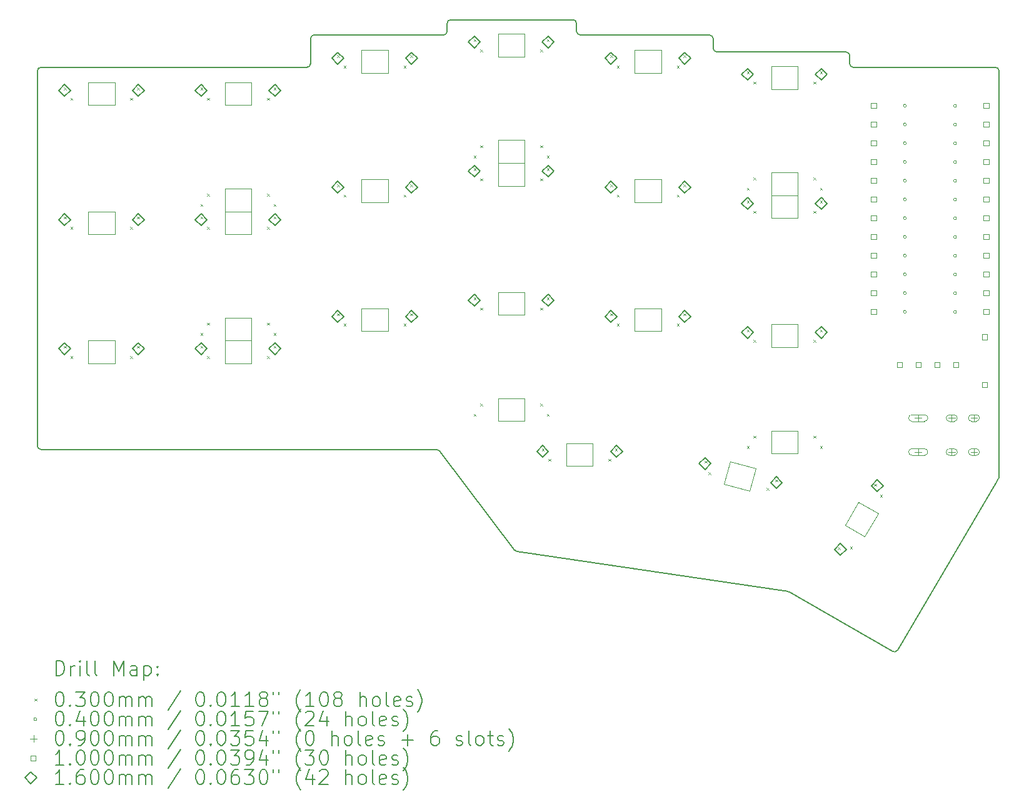
<source format=gbr>
%TF.GenerationSoftware,KiCad,Pcbnew,8.0.8+1*%
%TF.CreationDate,2025-07-09T05:02:12+00:00*%
%TF.ProjectId,corney_island,636f726e-6579-45f6-9973-6c616e642e6b,0.2*%
%TF.SameCoordinates,Original*%
%TF.FileFunction,Drillmap*%
%TF.FilePolarity,Positive*%
%FSLAX45Y45*%
G04 Gerber Fmt 4.5, Leading zero omitted, Abs format (unit mm)*
G04 Created by KiCad (PCBNEW 8.0.8+1) date 2025-07-09 05:02:12*
%MOMM*%
%LPD*%
G01*
G04 APERTURE LIST*
%ADD10C,0.150000*%
%ADD11C,0.120000*%
%ADD12C,0.200000*%
%ADD13C,0.100000*%
%ADD14C,0.160000*%
G04 APERTURE END LIST*
D10*
X9131698Y-10801245D02*
X9131502Y-5720251D01*
X9181501Y-5670249D02*
X12781501Y-5670151D01*
X12831500Y-5620151D02*
X12831500Y-5282750D01*
X12881500Y-5232750D02*
X14631500Y-5232750D01*
X14681500Y-5182750D02*
X14681500Y-5075250D01*
X14731500Y-5025250D02*
X16384300Y-5025250D01*
X16434300Y-5075250D02*
X16434300Y-5182750D01*
X16484300Y-5232750D02*
X18234300Y-5232750D01*
X18284300Y-5282750D02*
X18284300Y-5412312D01*
X18334288Y-5462312D02*
X20083706Y-5462738D01*
X20133691Y-5513340D02*
X20132410Y-5619648D01*
X22125300Y-11290910D02*
X20779993Y-13572380D01*
X20711924Y-13590285D02*
X19318493Y-12785787D01*
X19300847Y-12779632D02*
X15624698Y-12233003D01*
X15592179Y-12213716D02*
X14575757Y-10870335D01*
X14535877Y-10850503D02*
X9181705Y-10851243D01*
X20182406Y-5670250D02*
X22106800Y-5670250D01*
X22156800Y-5720250D02*
X22156800Y-11222952D01*
X22150101Y-11247952D02*
X22125300Y-11290910D01*
X9131502Y-5720251D02*
G75*
G02*
X9181501Y-5670252I49998J1D01*
G01*
X12831500Y-5620151D02*
G75*
G02*
X12781501Y-5670150I-50000J1D01*
G01*
X12831500Y-5282750D02*
G75*
G02*
X12881500Y-5232750I50000J0D01*
G01*
X14681500Y-5182750D02*
G75*
G02*
X14631500Y-5232750I-50000J0D01*
G01*
X14681500Y-5075250D02*
G75*
G02*
X14731500Y-5025250I50000J0D01*
G01*
X16384300Y-5025250D02*
G75*
G02*
X16434300Y-5075250I0J-50000D01*
G01*
X16484300Y-5232750D02*
G75*
G02*
X16434300Y-5182750I0J50000D01*
G01*
X18234300Y-5232750D02*
G75*
G02*
X18284300Y-5282750I0J-50000D01*
G01*
X18334288Y-5462312D02*
G75*
G02*
X18284298Y-5412312I12J50002D01*
G01*
X20083706Y-5462738D02*
G75*
G02*
X20133689Y-5513340I-16J-50002D01*
G01*
X20182406Y-5670250D02*
G75*
G02*
X20132414Y-5619648I4J50000D01*
G01*
X22106800Y-5670250D02*
G75*
G02*
X22156800Y-5720250I0J-50000D01*
G01*
X22156800Y-11222952D02*
G75*
G02*
X22150100Y-11247952I-50000J3D01*
G01*
X20779993Y-13572380D02*
G75*
G02*
X20711922Y-13590288I-43073J25400D01*
G01*
X19300847Y-12779632D02*
G75*
G02*
X19318492Y-12785788I-7357J-49458D01*
G01*
X15624698Y-12233003D02*
G75*
G02*
X15592179Y-12213716I7352J49453D01*
G01*
X14535877Y-10850503D02*
G75*
G02*
X14575754Y-10870338I3J-49997D01*
G01*
X9181705Y-10851243D02*
G75*
G02*
X9131697Y-10801245I-5J50003D01*
G01*
D11*
X9820000Y-9375000D02*
X10180000Y-9375000D01*
X10180000Y-9685000D01*
X9820000Y-9685000D01*
X9820000Y-9375000D01*
X9820000Y-7625000D02*
X10180000Y-7625000D01*
X10180000Y-7935000D01*
X9820000Y-7935000D01*
X9820000Y-7625000D01*
X9820000Y-5875000D02*
X10180000Y-5875000D01*
X10180000Y-6185000D01*
X9820000Y-6185000D01*
X9820000Y-5875000D01*
X11670000Y-9375000D02*
X12030000Y-9375000D01*
X12030000Y-9685000D01*
X11670000Y-9685000D01*
X11670000Y-9375000D01*
X11670000Y-7625000D02*
X12030000Y-7625000D01*
X12030000Y-7935000D01*
X11670000Y-7935000D01*
X11670000Y-7625000D01*
X11670000Y-5875000D02*
X12030000Y-5875000D01*
X12030000Y-6185000D01*
X11670000Y-6185000D01*
X11670000Y-5875000D01*
X13520000Y-8937500D02*
X13880000Y-8937500D01*
X13880000Y-9247500D01*
X13520000Y-9247500D01*
X13520000Y-8937500D01*
X13520000Y-7187500D02*
X13880000Y-7187500D01*
X13880000Y-7497500D01*
X13520000Y-7497500D01*
X13520000Y-7187500D01*
X13520000Y-5437500D02*
X13880000Y-5437500D01*
X13880000Y-5747500D01*
X13520000Y-5747500D01*
X13520000Y-5437500D01*
X15370000Y-8718750D02*
X15730000Y-8718750D01*
X15730000Y-9028750D01*
X15370000Y-9028750D01*
X15370000Y-8718750D01*
X15370000Y-6968750D02*
X15730000Y-6968750D01*
X15730000Y-7278750D01*
X15370000Y-7278750D01*
X15370000Y-6968750D01*
X15370000Y-5218750D02*
X15730000Y-5218750D01*
X15730000Y-5528750D01*
X15370000Y-5528750D01*
X15370000Y-5218750D01*
X17220000Y-8937500D02*
X17580000Y-8937500D01*
X17580000Y-9247500D01*
X17220000Y-9247500D01*
X17220000Y-8937500D01*
X17220000Y-7187500D02*
X17580000Y-7187500D01*
X17580000Y-7497500D01*
X17220000Y-7497500D01*
X17220000Y-7187500D01*
X17220000Y-5437500D02*
X17580000Y-5437500D01*
X17580000Y-5747500D01*
X17220000Y-5747500D01*
X17220000Y-5437500D01*
X19070000Y-9156250D02*
X19430000Y-9156250D01*
X19430000Y-9466250D01*
X19070000Y-9466250D01*
X19070000Y-9156250D01*
X19070000Y-7406250D02*
X19430000Y-7406250D01*
X19430000Y-7716250D01*
X19070000Y-7716250D01*
X19070000Y-7406250D01*
X19070000Y-5656250D02*
X19430000Y-5656250D01*
X19430000Y-5966250D01*
X19070000Y-5966250D01*
X19070000Y-5656250D01*
X16295000Y-10768750D02*
X16655000Y-10768750D01*
X16655000Y-11078750D01*
X16295000Y-11078750D01*
X16295000Y-10768750D01*
X18860629Y-11111634D02*
X18780395Y-11411071D01*
X18432661Y-11317896D01*
X18512895Y-11018459D01*
X18860629Y-11111634D01*
X20518586Y-11718840D02*
X20338586Y-12030609D01*
X20070119Y-11875609D01*
X20250119Y-11563840D01*
X20518586Y-11718840D01*
X19430000Y-7406250D02*
X19070000Y-7406250D01*
X19070000Y-7096250D01*
X19430000Y-7096250D01*
X19430000Y-7406250D01*
X15730000Y-6968750D02*
X15370000Y-6968750D01*
X15370000Y-6658750D01*
X15730000Y-6658750D01*
X15730000Y-6968750D01*
X12030000Y-7625000D02*
X11670000Y-7625000D01*
X11670000Y-7315000D01*
X12030000Y-7315000D01*
X12030000Y-7625000D01*
X12030000Y-9375000D02*
X11670000Y-9375000D01*
X11670000Y-9065000D01*
X12030000Y-9065000D01*
X12030000Y-9375000D01*
X15730000Y-10468750D02*
X15370000Y-10468750D01*
X15370000Y-10158750D01*
X15730000Y-10158750D01*
X15730000Y-10468750D01*
X19430000Y-10906250D02*
X19070000Y-10906250D01*
X19070000Y-10596250D01*
X19430000Y-10596250D01*
X19430000Y-10906250D01*
D12*
D13*
X9490000Y-5945000D02*
X9520000Y-5975000D01*
X9520000Y-5945000D02*
X9490000Y-5975000D01*
X9490000Y-7695000D02*
X9520000Y-7725000D01*
X9520000Y-7695000D02*
X9490000Y-7725000D01*
X9490000Y-9445000D02*
X9520000Y-9475000D01*
X9520000Y-9445000D02*
X9490000Y-9475000D01*
X9579000Y-6085000D02*
X9609000Y-6115000D01*
X9609000Y-6085000D02*
X9579000Y-6115000D01*
X9579000Y-7835000D02*
X9609000Y-7865000D01*
X9609000Y-7835000D02*
X9579000Y-7865000D01*
X9579000Y-9585000D02*
X9609000Y-9615000D01*
X9609000Y-9585000D02*
X9579000Y-9615000D01*
X10391000Y-6085000D02*
X10421000Y-6115000D01*
X10421000Y-6085000D02*
X10391000Y-6115000D01*
X10391000Y-7835000D02*
X10421000Y-7865000D01*
X10421000Y-7835000D02*
X10391000Y-7865000D01*
X10391000Y-9585000D02*
X10421000Y-9615000D01*
X10421000Y-9585000D02*
X10391000Y-9615000D01*
X10480000Y-5945000D02*
X10510000Y-5975000D01*
X10510000Y-5945000D02*
X10480000Y-5975000D01*
X10480000Y-7695000D02*
X10510000Y-7725000D01*
X10510000Y-7695000D02*
X10480000Y-7725000D01*
X10480000Y-9445000D02*
X10510000Y-9475000D01*
X10510000Y-9445000D02*
X10480000Y-9475000D01*
X11340000Y-5945000D02*
X11370000Y-5975000D01*
X11370000Y-5945000D02*
X11340000Y-5975000D01*
X11340000Y-7525000D02*
X11370000Y-7555000D01*
X11370000Y-7525000D02*
X11340000Y-7555000D01*
X11340000Y-7695000D02*
X11370000Y-7725000D01*
X11370000Y-7695000D02*
X11340000Y-7725000D01*
X11340000Y-9275000D02*
X11370000Y-9305000D01*
X11370000Y-9275000D02*
X11340000Y-9305000D01*
X11340000Y-9445000D02*
X11370000Y-9475000D01*
X11370000Y-9445000D02*
X11340000Y-9475000D01*
X11429000Y-6085000D02*
X11459000Y-6115000D01*
X11459000Y-6085000D02*
X11429000Y-6115000D01*
X11429000Y-7385000D02*
X11459000Y-7415000D01*
X11459000Y-7385000D02*
X11429000Y-7415000D01*
X11429000Y-7835000D02*
X11459000Y-7865000D01*
X11459000Y-7835000D02*
X11429000Y-7865000D01*
X11429000Y-9135000D02*
X11459000Y-9165000D01*
X11459000Y-9135000D02*
X11429000Y-9165000D01*
X11429000Y-9585000D02*
X11459000Y-9615000D01*
X11459000Y-9585000D02*
X11429000Y-9615000D01*
X12241000Y-6085000D02*
X12271000Y-6115000D01*
X12271000Y-6085000D02*
X12241000Y-6115000D01*
X12241000Y-7385000D02*
X12271000Y-7415000D01*
X12271000Y-7385000D02*
X12241000Y-7415000D01*
X12241000Y-7835000D02*
X12271000Y-7865000D01*
X12271000Y-7835000D02*
X12241000Y-7865000D01*
X12241000Y-9135000D02*
X12271000Y-9165000D01*
X12271000Y-9135000D02*
X12241000Y-9165000D01*
X12241000Y-9585000D02*
X12271000Y-9615000D01*
X12271000Y-9585000D02*
X12241000Y-9615000D01*
X12330000Y-5945000D02*
X12360000Y-5975000D01*
X12360000Y-5945000D02*
X12330000Y-5975000D01*
X12330000Y-7525000D02*
X12360000Y-7555000D01*
X12360000Y-7525000D02*
X12330000Y-7555000D01*
X12330000Y-7695000D02*
X12360000Y-7725000D01*
X12360000Y-7695000D02*
X12330000Y-7725000D01*
X12330000Y-9275000D02*
X12360000Y-9305000D01*
X12360000Y-9275000D02*
X12330000Y-9305000D01*
X12330000Y-9445000D02*
X12360000Y-9475000D01*
X12360000Y-9445000D02*
X12330000Y-9475000D01*
X13190000Y-5507500D02*
X13220000Y-5537500D01*
X13220000Y-5507500D02*
X13190000Y-5537500D01*
X13190000Y-7257500D02*
X13220000Y-7287500D01*
X13220000Y-7257500D02*
X13190000Y-7287500D01*
X13190000Y-9007500D02*
X13220000Y-9037500D01*
X13220000Y-9007500D02*
X13190000Y-9037500D01*
X13279000Y-5647500D02*
X13309000Y-5677500D01*
X13309000Y-5647500D02*
X13279000Y-5677500D01*
X13279000Y-7397500D02*
X13309000Y-7427500D01*
X13309000Y-7397500D02*
X13279000Y-7427500D01*
X13279000Y-9147500D02*
X13309000Y-9177500D01*
X13309000Y-9147500D02*
X13279000Y-9177500D01*
X14091000Y-5647500D02*
X14121000Y-5677500D01*
X14121000Y-5647500D02*
X14091000Y-5677500D01*
X14091000Y-7397500D02*
X14121000Y-7427500D01*
X14121000Y-7397500D02*
X14091000Y-7427500D01*
X14091000Y-9147500D02*
X14121000Y-9177500D01*
X14121000Y-9147500D02*
X14091000Y-9177500D01*
X14180000Y-5507500D02*
X14210000Y-5537500D01*
X14210000Y-5507500D02*
X14180000Y-5537500D01*
X14180000Y-7257500D02*
X14210000Y-7287500D01*
X14210000Y-7257500D02*
X14180000Y-7287500D01*
X14180000Y-9007500D02*
X14210000Y-9037500D01*
X14210000Y-9007500D02*
X14180000Y-9037500D01*
X15040000Y-5288750D02*
X15070000Y-5318750D01*
X15070000Y-5288750D02*
X15040000Y-5318750D01*
X15040000Y-6868750D02*
X15070000Y-6898750D01*
X15070000Y-6868750D02*
X15040000Y-6898750D01*
X15040000Y-7038750D02*
X15070000Y-7068750D01*
X15070000Y-7038750D02*
X15040000Y-7068750D01*
X15040000Y-8788750D02*
X15070000Y-8818750D01*
X15070000Y-8788750D02*
X15040000Y-8818750D01*
X15040000Y-10368750D02*
X15070000Y-10398750D01*
X15070000Y-10368750D02*
X15040000Y-10398750D01*
X15129000Y-5428750D02*
X15159000Y-5458750D01*
X15159000Y-5428750D02*
X15129000Y-5458750D01*
X15129000Y-6728750D02*
X15159000Y-6758750D01*
X15159000Y-6728750D02*
X15129000Y-6758750D01*
X15129000Y-7178750D02*
X15159000Y-7208750D01*
X15159000Y-7178750D02*
X15129000Y-7208750D01*
X15129000Y-8928750D02*
X15159000Y-8958750D01*
X15159000Y-8928750D02*
X15129000Y-8958750D01*
X15129000Y-10228750D02*
X15159000Y-10258750D01*
X15159000Y-10228750D02*
X15129000Y-10258750D01*
X15941000Y-5428750D02*
X15971000Y-5458750D01*
X15971000Y-5428750D02*
X15941000Y-5458750D01*
X15941000Y-6728750D02*
X15971000Y-6758750D01*
X15971000Y-6728750D02*
X15941000Y-6758750D01*
X15941000Y-7178750D02*
X15971000Y-7208750D01*
X15971000Y-7178750D02*
X15941000Y-7208750D01*
X15941000Y-8928750D02*
X15971000Y-8958750D01*
X15971000Y-8928750D02*
X15941000Y-8958750D01*
X15941000Y-10228750D02*
X15971000Y-10258750D01*
X15971000Y-10228750D02*
X15941000Y-10258750D01*
X15965000Y-10838750D02*
X15995000Y-10868750D01*
X15995000Y-10838750D02*
X15965000Y-10868750D01*
X16030000Y-5288750D02*
X16060000Y-5318750D01*
X16060000Y-5288750D02*
X16030000Y-5318750D01*
X16030000Y-6868750D02*
X16060000Y-6898750D01*
X16060000Y-6868750D02*
X16030000Y-6898750D01*
X16030000Y-7038750D02*
X16060000Y-7068750D01*
X16060000Y-7038750D02*
X16030000Y-7068750D01*
X16030000Y-8788750D02*
X16060000Y-8818750D01*
X16060000Y-8788750D02*
X16030000Y-8818750D01*
X16030000Y-10368750D02*
X16060000Y-10398750D01*
X16060000Y-10368750D02*
X16030000Y-10398750D01*
X16054000Y-10978750D02*
X16084000Y-11008750D01*
X16084000Y-10978750D02*
X16054000Y-11008750D01*
X16866000Y-10978750D02*
X16896000Y-11008750D01*
X16896000Y-10978750D02*
X16866000Y-11008750D01*
X16890000Y-5507500D02*
X16920000Y-5537500D01*
X16920000Y-5507500D02*
X16890000Y-5537500D01*
X16890000Y-7257500D02*
X16920000Y-7287500D01*
X16920000Y-7257500D02*
X16890000Y-7287500D01*
X16890000Y-9007500D02*
X16920000Y-9037500D01*
X16920000Y-9007500D02*
X16890000Y-9037500D01*
X16955000Y-10838750D02*
X16985000Y-10868750D01*
X16985000Y-10838750D02*
X16955000Y-10868750D01*
X16979000Y-5647500D02*
X17009000Y-5677500D01*
X17009000Y-5647500D02*
X16979000Y-5677500D01*
X16979000Y-7397500D02*
X17009000Y-7427500D01*
X17009000Y-7397500D02*
X16979000Y-7427500D01*
X16979000Y-9147500D02*
X17009000Y-9177500D01*
X17009000Y-9147500D02*
X16979000Y-9177500D01*
X17791000Y-5647500D02*
X17821000Y-5677500D01*
X17821000Y-5647500D02*
X17791000Y-5677500D01*
X17791000Y-7397500D02*
X17821000Y-7427500D01*
X17821000Y-7397500D02*
X17791000Y-7427500D01*
X17791000Y-9147500D02*
X17821000Y-9177500D01*
X17821000Y-9147500D02*
X17791000Y-9177500D01*
X17880000Y-5507500D02*
X17910000Y-5537500D01*
X17910000Y-5507500D02*
X17880000Y-5537500D01*
X17880000Y-7257500D02*
X17910000Y-7287500D01*
X17910000Y-7257500D02*
X17880000Y-7287500D01*
X17880000Y-9007500D02*
X17910000Y-9037500D01*
X17910000Y-9007500D02*
X17880000Y-9037500D01*
X18171629Y-11004035D02*
X18201629Y-11034035D01*
X18201629Y-11004035D02*
X18171629Y-11034035D01*
X18221362Y-11162299D02*
X18251362Y-11192299D01*
X18251362Y-11162299D02*
X18221362Y-11192299D01*
X18740000Y-5726250D02*
X18770000Y-5756250D01*
X18770000Y-5726250D02*
X18740000Y-5756250D01*
X18740000Y-7306250D02*
X18770000Y-7336250D01*
X18770000Y-7306250D02*
X18740000Y-7336250D01*
X18740000Y-7476250D02*
X18770000Y-7506250D01*
X18770000Y-7476250D02*
X18740000Y-7506250D01*
X18740000Y-9226250D02*
X18770000Y-9256250D01*
X18770000Y-9226250D02*
X18740000Y-9256250D01*
X18740000Y-10806250D02*
X18770000Y-10836250D01*
X18770000Y-10806250D02*
X18740000Y-10836250D01*
X18829000Y-5866250D02*
X18859000Y-5896250D01*
X18859000Y-5866250D02*
X18829000Y-5896250D01*
X18829000Y-7166250D02*
X18859000Y-7196250D01*
X18859000Y-7166250D02*
X18829000Y-7196250D01*
X18829000Y-7616250D02*
X18859000Y-7646250D01*
X18859000Y-7616250D02*
X18829000Y-7646250D01*
X18829000Y-9366250D02*
X18859000Y-9396250D01*
X18859000Y-9366250D02*
X18829000Y-9396250D01*
X18829000Y-10666250D02*
X18859000Y-10696250D01*
X18859000Y-10666250D02*
X18829000Y-10696250D01*
X19005694Y-11372460D02*
X19035694Y-11402460D01*
X19035694Y-11372460D02*
X19005694Y-11402460D01*
X19127896Y-11260265D02*
X19157896Y-11290265D01*
X19157896Y-11260265D02*
X19127896Y-11290265D01*
X19641000Y-5866250D02*
X19671000Y-5896250D01*
X19671000Y-5866250D02*
X19641000Y-5896250D01*
X19641000Y-7166250D02*
X19671000Y-7196250D01*
X19671000Y-7166250D02*
X19641000Y-7196250D01*
X19641000Y-7616250D02*
X19671000Y-7646250D01*
X19671000Y-7616250D02*
X19641000Y-7646250D01*
X19641000Y-9366250D02*
X19671000Y-9396250D01*
X19671000Y-9366250D02*
X19641000Y-9396250D01*
X19641000Y-10666250D02*
X19671000Y-10696250D01*
X19671000Y-10666250D02*
X19641000Y-10696250D01*
X19730000Y-5726250D02*
X19760000Y-5756250D01*
X19760000Y-5726250D02*
X19730000Y-5756250D01*
X19730000Y-7306250D02*
X19760000Y-7336250D01*
X19760000Y-7306250D02*
X19730000Y-7336250D01*
X19730000Y-7476250D02*
X19760000Y-7506250D01*
X19760000Y-7476250D02*
X19730000Y-7506250D01*
X19730000Y-9226250D02*
X19760000Y-9256250D01*
X19760000Y-9226250D02*
X19730000Y-9256250D01*
X19730000Y-10806250D02*
X19760000Y-10836250D01*
X19760000Y-10806250D02*
X19730000Y-10836250D01*
X19971231Y-12175907D02*
X20001231Y-12205907D01*
X20001231Y-12175907D02*
X19971231Y-12205907D01*
X20136974Y-12168831D02*
X20166974Y-12198831D01*
X20166974Y-12168831D02*
X20136974Y-12198831D01*
X20466231Y-11318542D02*
X20496231Y-11348542D01*
X20496231Y-11318542D02*
X20466231Y-11348542D01*
X20542974Y-11465618D02*
X20572974Y-11495618D01*
X20572974Y-11465618D02*
X20542974Y-11495618D01*
X20900400Y-6192000D02*
G75*
G02*
X20860400Y-6192000I-20000J0D01*
G01*
X20860400Y-6192000D02*
G75*
G02*
X20900400Y-6192000I20000J0D01*
G01*
X20900400Y-6446000D02*
G75*
G02*
X20860400Y-6446000I-20000J0D01*
G01*
X20860400Y-6446000D02*
G75*
G02*
X20900400Y-6446000I20000J0D01*
G01*
X20900400Y-6700000D02*
G75*
G02*
X20860400Y-6700000I-20000J0D01*
G01*
X20860400Y-6700000D02*
G75*
G02*
X20900400Y-6700000I20000J0D01*
G01*
X20900400Y-6954000D02*
G75*
G02*
X20860400Y-6954000I-20000J0D01*
G01*
X20860400Y-6954000D02*
G75*
G02*
X20900400Y-6954000I20000J0D01*
G01*
X20900400Y-7208000D02*
G75*
G02*
X20860400Y-7208000I-20000J0D01*
G01*
X20860400Y-7208000D02*
G75*
G02*
X20900400Y-7208000I20000J0D01*
G01*
X20900400Y-7462000D02*
G75*
G02*
X20860400Y-7462000I-20000J0D01*
G01*
X20860400Y-7462000D02*
G75*
G02*
X20900400Y-7462000I20000J0D01*
G01*
X20900400Y-7716000D02*
G75*
G02*
X20860400Y-7716000I-20000J0D01*
G01*
X20860400Y-7716000D02*
G75*
G02*
X20900400Y-7716000I20000J0D01*
G01*
X20900400Y-7970000D02*
G75*
G02*
X20860400Y-7970000I-20000J0D01*
G01*
X20860400Y-7970000D02*
G75*
G02*
X20900400Y-7970000I20000J0D01*
G01*
X20900400Y-8224000D02*
G75*
G02*
X20860400Y-8224000I-20000J0D01*
G01*
X20860400Y-8224000D02*
G75*
G02*
X20900400Y-8224000I20000J0D01*
G01*
X20900400Y-8478000D02*
G75*
G02*
X20860400Y-8478000I-20000J0D01*
G01*
X20860400Y-8478000D02*
G75*
G02*
X20900400Y-8478000I20000J0D01*
G01*
X20900400Y-8732000D02*
G75*
G02*
X20860400Y-8732000I-20000J0D01*
G01*
X20860400Y-8732000D02*
G75*
G02*
X20900400Y-8732000I20000J0D01*
G01*
X20900400Y-8986000D02*
G75*
G02*
X20860400Y-8986000I-20000J0D01*
G01*
X20860400Y-8986000D02*
G75*
G02*
X20900400Y-8986000I20000J0D01*
G01*
X21580400Y-6192000D02*
G75*
G02*
X21540400Y-6192000I-20000J0D01*
G01*
X21540400Y-6192000D02*
G75*
G02*
X21580400Y-6192000I20000J0D01*
G01*
X21580400Y-6446000D02*
G75*
G02*
X21540400Y-6446000I-20000J0D01*
G01*
X21540400Y-6446000D02*
G75*
G02*
X21580400Y-6446000I20000J0D01*
G01*
X21580400Y-6700000D02*
G75*
G02*
X21540400Y-6700000I-20000J0D01*
G01*
X21540400Y-6700000D02*
G75*
G02*
X21580400Y-6700000I20000J0D01*
G01*
X21580400Y-6954000D02*
G75*
G02*
X21540400Y-6954000I-20000J0D01*
G01*
X21540400Y-6954000D02*
G75*
G02*
X21580400Y-6954000I20000J0D01*
G01*
X21580400Y-7208000D02*
G75*
G02*
X21540400Y-7208000I-20000J0D01*
G01*
X21540400Y-7208000D02*
G75*
G02*
X21580400Y-7208000I20000J0D01*
G01*
X21580400Y-7462000D02*
G75*
G02*
X21540400Y-7462000I-20000J0D01*
G01*
X21540400Y-7462000D02*
G75*
G02*
X21580400Y-7462000I20000J0D01*
G01*
X21580400Y-7716000D02*
G75*
G02*
X21540400Y-7716000I-20000J0D01*
G01*
X21540400Y-7716000D02*
G75*
G02*
X21580400Y-7716000I20000J0D01*
G01*
X21580400Y-7970000D02*
G75*
G02*
X21540400Y-7970000I-20000J0D01*
G01*
X21540400Y-7970000D02*
G75*
G02*
X21580400Y-7970000I20000J0D01*
G01*
X21580400Y-8224000D02*
G75*
G02*
X21540400Y-8224000I-20000J0D01*
G01*
X21540400Y-8224000D02*
G75*
G02*
X21580400Y-8224000I20000J0D01*
G01*
X21580400Y-8478000D02*
G75*
G02*
X21540400Y-8478000I-20000J0D01*
G01*
X21540400Y-8478000D02*
G75*
G02*
X21580400Y-8478000I20000J0D01*
G01*
X21580400Y-8732000D02*
G75*
G02*
X21540400Y-8732000I-20000J0D01*
G01*
X21540400Y-8732000D02*
G75*
G02*
X21580400Y-8732000I20000J0D01*
G01*
X21580400Y-8986000D02*
G75*
G02*
X21540400Y-8986000I-20000J0D01*
G01*
X21540400Y-8986000D02*
G75*
G02*
X21580400Y-8986000I20000J0D01*
G01*
X21061000Y-10381000D02*
X21061000Y-10471000D01*
X21016000Y-10426000D02*
X21106000Y-10426000D01*
X21146000Y-10381000D02*
X20976000Y-10381000D01*
X20976000Y-10471000D02*
G75*
G02*
X20976000Y-10381000I0J45000D01*
G01*
X20976000Y-10471000D02*
X21146000Y-10471000D01*
X21146000Y-10471000D02*
G75*
G03*
X21146000Y-10381000I0J45000D01*
G01*
X21061000Y-10841000D02*
X21061000Y-10931000D01*
X21016000Y-10886000D02*
X21106000Y-10886000D01*
X21146000Y-10841000D02*
X20976000Y-10841000D01*
X20976000Y-10931000D02*
G75*
G02*
X20976000Y-10841000I0J45000D01*
G01*
X20976000Y-10931000D02*
X21146000Y-10931000D01*
X21146000Y-10931000D02*
G75*
G03*
X21146000Y-10841000I0J45000D01*
G01*
X21516000Y-10381000D02*
X21516000Y-10471000D01*
X21471000Y-10426000D02*
X21561000Y-10426000D01*
X21546000Y-10381000D02*
X21486000Y-10381000D01*
X21486000Y-10471000D02*
G75*
G02*
X21486000Y-10381000I0J45000D01*
G01*
X21486000Y-10471000D02*
X21546000Y-10471000D01*
X21546000Y-10471000D02*
G75*
G03*
X21546000Y-10381000I0J45000D01*
G01*
X21516000Y-10841000D02*
X21516000Y-10931000D01*
X21471000Y-10886000D02*
X21561000Y-10886000D01*
X21546000Y-10841000D02*
X21486000Y-10841000D01*
X21486000Y-10931000D02*
G75*
G02*
X21486000Y-10841000I0J45000D01*
G01*
X21486000Y-10931000D02*
X21546000Y-10931000D01*
X21546000Y-10931000D02*
G75*
G03*
X21546000Y-10841000I0J45000D01*
G01*
X21816000Y-10381000D02*
X21816000Y-10471000D01*
X21771000Y-10426000D02*
X21861000Y-10426000D01*
X21846000Y-10381000D02*
X21786000Y-10381000D01*
X21786000Y-10471000D02*
G75*
G02*
X21786000Y-10381000I0J45000D01*
G01*
X21786000Y-10471000D02*
X21846000Y-10471000D01*
X21846000Y-10471000D02*
G75*
G03*
X21846000Y-10381000I0J45000D01*
G01*
X21816000Y-10841000D02*
X21816000Y-10931000D01*
X21771000Y-10886000D02*
X21861000Y-10886000D01*
X21846000Y-10841000D02*
X21786000Y-10841000D01*
X21786000Y-10931000D02*
G75*
G02*
X21786000Y-10841000I0J45000D01*
G01*
X21786000Y-10931000D02*
X21846000Y-10931000D01*
X21846000Y-10931000D02*
G75*
G03*
X21846000Y-10841000I0J45000D01*
G01*
X20493756Y-6227356D02*
X20493756Y-6156644D01*
X20423044Y-6156644D01*
X20423044Y-6227356D01*
X20493756Y-6227356D01*
X20493756Y-6481356D02*
X20493756Y-6410644D01*
X20423044Y-6410644D01*
X20423044Y-6481356D01*
X20493756Y-6481356D01*
X20493756Y-6735356D02*
X20493756Y-6664644D01*
X20423044Y-6664644D01*
X20423044Y-6735356D01*
X20493756Y-6735356D01*
X20493756Y-6989356D02*
X20493756Y-6918644D01*
X20423044Y-6918644D01*
X20423044Y-6989356D01*
X20493756Y-6989356D01*
X20493756Y-7243356D02*
X20493756Y-7172644D01*
X20423044Y-7172644D01*
X20423044Y-7243356D01*
X20493756Y-7243356D01*
X20493756Y-7497356D02*
X20493756Y-7426644D01*
X20423044Y-7426644D01*
X20423044Y-7497356D01*
X20493756Y-7497356D01*
X20493756Y-7751356D02*
X20493756Y-7680644D01*
X20423044Y-7680644D01*
X20423044Y-7751356D01*
X20493756Y-7751356D01*
X20493756Y-8005356D02*
X20493756Y-7934644D01*
X20423044Y-7934644D01*
X20423044Y-8005356D01*
X20493756Y-8005356D01*
X20493756Y-8259356D02*
X20493756Y-8188644D01*
X20423044Y-8188644D01*
X20423044Y-8259356D01*
X20493756Y-8259356D01*
X20493756Y-8513356D02*
X20493756Y-8442644D01*
X20423044Y-8442644D01*
X20423044Y-8513356D01*
X20493756Y-8513356D01*
X20493756Y-8767356D02*
X20493756Y-8696644D01*
X20423044Y-8696644D01*
X20423044Y-8767356D01*
X20493756Y-8767356D01*
X20493756Y-9021356D02*
X20493756Y-8950644D01*
X20423044Y-8950644D01*
X20423044Y-9021356D01*
X20493756Y-9021356D01*
X20844056Y-9736156D02*
X20844056Y-9665444D01*
X20773344Y-9665444D01*
X20773344Y-9736156D01*
X20844056Y-9736156D01*
X21098056Y-9736156D02*
X21098056Y-9665444D01*
X21027344Y-9665444D01*
X21027344Y-9736156D01*
X21098056Y-9736156D01*
X21352056Y-9736156D02*
X21352056Y-9665444D01*
X21281344Y-9665444D01*
X21281344Y-9736156D01*
X21352056Y-9736156D01*
X21606056Y-9736156D02*
X21606056Y-9665444D01*
X21535344Y-9665444D01*
X21535344Y-9736156D01*
X21606056Y-9736156D01*
X21995356Y-9360456D02*
X21995356Y-9289744D01*
X21924644Y-9289744D01*
X21924644Y-9360456D01*
X21995356Y-9360456D01*
X21995356Y-10010456D02*
X21995356Y-9939744D01*
X21924644Y-9939744D01*
X21924644Y-10010456D01*
X21995356Y-10010456D01*
X22017756Y-6227356D02*
X22017756Y-6156644D01*
X21947044Y-6156644D01*
X21947044Y-6227356D01*
X22017756Y-6227356D01*
X22017756Y-6481356D02*
X22017756Y-6410644D01*
X21947044Y-6410644D01*
X21947044Y-6481356D01*
X22017756Y-6481356D01*
X22017756Y-6735356D02*
X22017756Y-6664644D01*
X21947044Y-6664644D01*
X21947044Y-6735356D01*
X22017756Y-6735356D01*
X22017756Y-6989356D02*
X22017756Y-6918644D01*
X21947044Y-6918644D01*
X21947044Y-6989356D01*
X22017756Y-6989356D01*
X22017756Y-7243356D02*
X22017756Y-7172644D01*
X21947044Y-7172644D01*
X21947044Y-7243356D01*
X22017756Y-7243356D01*
X22017756Y-7497356D02*
X22017756Y-7426644D01*
X21947044Y-7426644D01*
X21947044Y-7497356D01*
X22017756Y-7497356D01*
X22017756Y-7751356D02*
X22017756Y-7680644D01*
X21947044Y-7680644D01*
X21947044Y-7751356D01*
X22017756Y-7751356D01*
X22017756Y-8005356D02*
X22017756Y-7934644D01*
X21947044Y-7934644D01*
X21947044Y-8005356D01*
X22017756Y-8005356D01*
X22017756Y-8259356D02*
X22017756Y-8188644D01*
X21947044Y-8188644D01*
X21947044Y-8259356D01*
X22017756Y-8259356D01*
X22017756Y-8513356D02*
X22017756Y-8442644D01*
X21947044Y-8442644D01*
X21947044Y-8513356D01*
X22017756Y-8513356D01*
X22017756Y-8767356D02*
X22017756Y-8696644D01*
X21947044Y-8696644D01*
X21947044Y-8767356D01*
X22017756Y-8767356D01*
X22017756Y-9021356D02*
X22017756Y-8950644D01*
X21947044Y-8950644D01*
X21947044Y-9021356D01*
X22017756Y-9021356D01*
D14*
X9500000Y-6065000D02*
X9580000Y-5985000D01*
X9500000Y-5905000D01*
X9420000Y-5985000D01*
X9500000Y-6065000D01*
X9500000Y-7815000D02*
X9580000Y-7735000D01*
X9500000Y-7655000D01*
X9420000Y-7735000D01*
X9500000Y-7815000D01*
X9500000Y-9565000D02*
X9580000Y-9485000D01*
X9500000Y-9405000D01*
X9420000Y-9485000D01*
X9500000Y-9565000D01*
X10500000Y-6065000D02*
X10580000Y-5985000D01*
X10500000Y-5905000D01*
X10420000Y-5985000D01*
X10500000Y-6065000D01*
X10500000Y-7815000D02*
X10580000Y-7735000D01*
X10500000Y-7655000D01*
X10420000Y-7735000D01*
X10500000Y-7815000D01*
X10500000Y-9565000D02*
X10580000Y-9485000D01*
X10500000Y-9405000D01*
X10420000Y-9485000D01*
X10500000Y-9565000D01*
X11350000Y-6065000D02*
X11430000Y-5985000D01*
X11350000Y-5905000D01*
X11270000Y-5985000D01*
X11350000Y-6065000D01*
X11350000Y-7815000D02*
X11430000Y-7735000D01*
X11350000Y-7655000D01*
X11270000Y-7735000D01*
X11350000Y-7815000D01*
X11350000Y-9565000D02*
X11430000Y-9485000D01*
X11350000Y-9405000D01*
X11270000Y-9485000D01*
X11350000Y-9565000D01*
X12350000Y-6065000D02*
X12430000Y-5985000D01*
X12350000Y-5905000D01*
X12270000Y-5985000D01*
X12350000Y-6065000D01*
X12350000Y-7815000D02*
X12430000Y-7735000D01*
X12350000Y-7655000D01*
X12270000Y-7735000D01*
X12350000Y-7815000D01*
X12350000Y-9565000D02*
X12430000Y-9485000D01*
X12350000Y-9405000D01*
X12270000Y-9485000D01*
X12350000Y-9565000D01*
X13200000Y-5627500D02*
X13280000Y-5547500D01*
X13200000Y-5467500D01*
X13120000Y-5547500D01*
X13200000Y-5627500D01*
X13200000Y-7377500D02*
X13280000Y-7297500D01*
X13200000Y-7217500D01*
X13120000Y-7297500D01*
X13200000Y-7377500D01*
X13200000Y-9127500D02*
X13280000Y-9047500D01*
X13200000Y-8967500D01*
X13120000Y-9047500D01*
X13200000Y-9127500D01*
X14200000Y-5627500D02*
X14280000Y-5547500D01*
X14200000Y-5467500D01*
X14120000Y-5547500D01*
X14200000Y-5627500D01*
X14200000Y-7377500D02*
X14280000Y-7297500D01*
X14200000Y-7217500D01*
X14120000Y-7297500D01*
X14200000Y-7377500D01*
X14200000Y-9127500D02*
X14280000Y-9047500D01*
X14200000Y-8967500D01*
X14120000Y-9047500D01*
X14200000Y-9127500D01*
X15050000Y-5408750D02*
X15130000Y-5328750D01*
X15050000Y-5248750D01*
X14970000Y-5328750D01*
X15050000Y-5408750D01*
X15050000Y-7158750D02*
X15130000Y-7078750D01*
X15050000Y-6998750D01*
X14970000Y-7078750D01*
X15050000Y-7158750D01*
X15050000Y-8908750D02*
X15130000Y-8828750D01*
X15050000Y-8748750D01*
X14970000Y-8828750D01*
X15050000Y-8908750D01*
X15975000Y-10958750D02*
X16055000Y-10878750D01*
X15975000Y-10798750D01*
X15895000Y-10878750D01*
X15975000Y-10958750D01*
X16050000Y-5408750D02*
X16130000Y-5328750D01*
X16050000Y-5248750D01*
X15970000Y-5328750D01*
X16050000Y-5408750D01*
X16050000Y-7158750D02*
X16130000Y-7078750D01*
X16050000Y-6998750D01*
X15970000Y-7078750D01*
X16050000Y-7158750D01*
X16050000Y-8908750D02*
X16130000Y-8828750D01*
X16050000Y-8748750D01*
X15970000Y-8828750D01*
X16050000Y-8908750D01*
X16900000Y-5627500D02*
X16980000Y-5547500D01*
X16900000Y-5467500D01*
X16820000Y-5547500D01*
X16900000Y-5627500D01*
X16900000Y-7377500D02*
X16980000Y-7297500D01*
X16900000Y-7217500D01*
X16820000Y-7297500D01*
X16900000Y-7377500D01*
X16900000Y-9127500D02*
X16980000Y-9047500D01*
X16900000Y-8967500D01*
X16820000Y-9047500D01*
X16900000Y-9127500D01*
X16975000Y-10958750D02*
X17055000Y-10878750D01*
X16975000Y-10798750D01*
X16895000Y-10878750D01*
X16975000Y-10958750D01*
X17900000Y-5627500D02*
X17980000Y-5547500D01*
X17900000Y-5467500D01*
X17820000Y-5547500D01*
X17900000Y-5627500D01*
X17900000Y-7377500D02*
X17980000Y-7297500D01*
X17900000Y-7217500D01*
X17820000Y-7297500D01*
X17900000Y-7377500D01*
X17900000Y-9127500D02*
X17980000Y-9047500D01*
X17900000Y-8967500D01*
X17820000Y-9047500D01*
X17900000Y-9127500D01*
X18175329Y-11121889D02*
X18255329Y-11041889D01*
X18175329Y-10961889D01*
X18095329Y-11041889D01*
X18175329Y-11121889D01*
X18750000Y-5846250D02*
X18830000Y-5766250D01*
X18750000Y-5686250D01*
X18670000Y-5766250D01*
X18750000Y-5846250D01*
X18750000Y-7596250D02*
X18830000Y-7516250D01*
X18750000Y-7436250D01*
X18670000Y-7516250D01*
X18750000Y-7596250D01*
X18750000Y-9346250D02*
X18830000Y-9266250D01*
X18750000Y-9186250D01*
X18670000Y-9266250D01*
X18750000Y-9346250D01*
X19141255Y-11380708D02*
X19221255Y-11300708D01*
X19141255Y-11220708D01*
X19061255Y-11300708D01*
X19141255Y-11380708D01*
X19750000Y-5846250D02*
X19830000Y-5766250D01*
X19750000Y-5686250D01*
X19670000Y-5766250D01*
X19750000Y-5846250D01*
X19750000Y-7596250D02*
X19830000Y-7516250D01*
X19750000Y-7436250D01*
X19670000Y-7516250D01*
X19750000Y-7596250D01*
X19750000Y-9346250D02*
X19830000Y-9266250D01*
X19750000Y-9186250D01*
X19670000Y-9266250D01*
X19750000Y-9346250D01*
X20005381Y-12287737D02*
X20085381Y-12207737D01*
X20005381Y-12127737D01*
X19925381Y-12207737D01*
X20005381Y-12287737D01*
X20505381Y-11421712D02*
X20585381Y-11341712D01*
X20505381Y-11261712D01*
X20425381Y-11341712D01*
X20505381Y-11421712D01*
D12*
X9384779Y-13915969D02*
X9384779Y-13715969D01*
X9384779Y-13715969D02*
X9432398Y-13715969D01*
X9432398Y-13715969D02*
X9460969Y-13725492D01*
X9460969Y-13725492D02*
X9480017Y-13744540D01*
X9480017Y-13744540D02*
X9489541Y-13763588D01*
X9489541Y-13763588D02*
X9499064Y-13801683D01*
X9499064Y-13801683D02*
X9499064Y-13830254D01*
X9499064Y-13830254D02*
X9489541Y-13868350D01*
X9489541Y-13868350D02*
X9480017Y-13887397D01*
X9480017Y-13887397D02*
X9460969Y-13906445D01*
X9460969Y-13906445D02*
X9432398Y-13915969D01*
X9432398Y-13915969D02*
X9384779Y-13915969D01*
X9584779Y-13915969D02*
X9584779Y-13782635D01*
X9584779Y-13820731D02*
X9594303Y-13801683D01*
X9594303Y-13801683D02*
X9603826Y-13792159D01*
X9603826Y-13792159D02*
X9622874Y-13782635D01*
X9622874Y-13782635D02*
X9641922Y-13782635D01*
X9708588Y-13915969D02*
X9708588Y-13782635D01*
X9708588Y-13715969D02*
X9699064Y-13725492D01*
X9699064Y-13725492D02*
X9708588Y-13735016D01*
X9708588Y-13735016D02*
X9718112Y-13725492D01*
X9718112Y-13725492D02*
X9708588Y-13715969D01*
X9708588Y-13715969D02*
X9708588Y-13735016D01*
X9832398Y-13915969D02*
X9813350Y-13906445D01*
X9813350Y-13906445D02*
X9803826Y-13887397D01*
X9803826Y-13887397D02*
X9803826Y-13715969D01*
X9937160Y-13915969D02*
X9918112Y-13906445D01*
X9918112Y-13906445D02*
X9908588Y-13887397D01*
X9908588Y-13887397D02*
X9908588Y-13715969D01*
X10165731Y-13915969D02*
X10165731Y-13715969D01*
X10165731Y-13715969D02*
X10232398Y-13858826D01*
X10232398Y-13858826D02*
X10299064Y-13715969D01*
X10299064Y-13715969D02*
X10299064Y-13915969D01*
X10480017Y-13915969D02*
X10480017Y-13811207D01*
X10480017Y-13811207D02*
X10470493Y-13792159D01*
X10470493Y-13792159D02*
X10451445Y-13782635D01*
X10451445Y-13782635D02*
X10413350Y-13782635D01*
X10413350Y-13782635D02*
X10394303Y-13792159D01*
X10480017Y-13906445D02*
X10460969Y-13915969D01*
X10460969Y-13915969D02*
X10413350Y-13915969D01*
X10413350Y-13915969D02*
X10394303Y-13906445D01*
X10394303Y-13906445D02*
X10384779Y-13887397D01*
X10384779Y-13887397D02*
X10384779Y-13868350D01*
X10384779Y-13868350D02*
X10394303Y-13849302D01*
X10394303Y-13849302D02*
X10413350Y-13839778D01*
X10413350Y-13839778D02*
X10460969Y-13839778D01*
X10460969Y-13839778D02*
X10480017Y-13830254D01*
X10575255Y-13782635D02*
X10575255Y-13982635D01*
X10575255Y-13792159D02*
X10594303Y-13782635D01*
X10594303Y-13782635D02*
X10632398Y-13782635D01*
X10632398Y-13782635D02*
X10651445Y-13792159D01*
X10651445Y-13792159D02*
X10660969Y-13801683D01*
X10660969Y-13801683D02*
X10670493Y-13820731D01*
X10670493Y-13820731D02*
X10670493Y-13877873D01*
X10670493Y-13877873D02*
X10660969Y-13896921D01*
X10660969Y-13896921D02*
X10651445Y-13906445D01*
X10651445Y-13906445D02*
X10632398Y-13915969D01*
X10632398Y-13915969D02*
X10594303Y-13915969D01*
X10594303Y-13915969D02*
X10575255Y-13906445D01*
X10756207Y-13896921D02*
X10765731Y-13906445D01*
X10765731Y-13906445D02*
X10756207Y-13915969D01*
X10756207Y-13915969D02*
X10746684Y-13906445D01*
X10746684Y-13906445D02*
X10756207Y-13896921D01*
X10756207Y-13896921D02*
X10756207Y-13915969D01*
X10756207Y-13792159D02*
X10765731Y-13801683D01*
X10765731Y-13801683D02*
X10756207Y-13811207D01*
X10756207Y-13811207D02*
X10746684Y-13801683D01*
X10746684Y-13801683D02*
X10756207Y-13792159D01*
X10756207Y-13792159D02*
X10756207Y-13811207D01*
D13*
X9094002Y-14229485D02*
X9124002Y-14259485D01*
X9124002Y-14229485D02*
X9094002Y-14259485D01*
D12*
X9422874Y-14135969D02*
X9441922Y-14135969D01*
X9441922Y-14135969D02*
X9460969Y-14145492D01*
X9460969Y-14145492D02*
X9470493Y-14155016D01*
X9470493Y-14155016D02*
X9480017Y-14174064D01*
X9480017Y-14174064D02*
X9489541Y-14212159D01*
X9489541Y-14212159D02*
X9489541Y-14259778D01*
X9489541Y-14259778D02*
X9480017Y-14297873D01*
X9480017Y-14297873D02*
X9470493Y-14316921D01*
X9470493Y-14316921D02*
X9460969Y-14326445D01*
X9460969Y-14326445D02*
X9441922Y-14335969D01*
X9441922Y-14335969D02*
X9422874Y-14335969D01*
X9422874Y-14335969D02*
X9403826Y-14326445D01*
X9403826Y-14326445D02*
X9394303Y-14316921D01*
X9394303Y-14316921D02*
X9384779Y-14297873D01*
X9384779Y-14297873D02*
X9375255Y-14259778D01*
X9375255Y-14259778D02*
X9375255Y-14212159D01*
X9375255Y-14212159D02*
X9384779Y-14174064D01*
X9384779Y-14174064D02*
X9394303Y-14155016D01*
X9394303Y-14155016D02*
X9403826Y-14145492D01*
X9403826Y-14145492D02*
X9422874Y-14135969D01*
X9575255Y-14316921D02*
X9584779Y-14326445D01*
X9584779Y-14326445D02*
X9575255Y-14335969D01*
X9575255Y-14335969D02*
X9565731Y-14326445D01*
X9565731Y-14326445D02*
X9575255Y-14316921D01*
X9575255Y-14316921D02*
X9575255Y-14335969D01*
X9651445Y-14135969D02*
X9775255Y-14135969D01*
X9775255Y-14135969D02*
X9708588Y-14212159D01*
X9708588Y-14212159D02*
X9737160Y-14212159D01*
X9737160Y-14212159D02*
X9756207Y-14221683D01*
X9756207Y-14221683D02*
X9765731Y-14231207D01*
X9765731Y-14231207D02*
X9775255Y-14250254D01*
X9775255Y-14250254D02*
X9775255Y-14297873D01*
X9775255Y-14297873D02*
X9765731Y-14316921D01*
X9765731Y-14316921D02*
X9756207Y-14326445D01*
X9756207Y-14326445D02*
X9737160Y-14335969D01*
X9737160Y-14335969D02*
X9680017Y-14335969D01*
X9680017Y-14335969D02*
X9660969Y-14326445D01*
X9660969Y-14326445D02*
X9651445Y-14316921D01*
X9899064Y-14135969D02*
X9918112Y-14135969D01*
X9918112Y-14135969D02*
X9937160Y-14145492D01*
X9937160Y-14145492D02*
X9946684Y-14155016D01*
X9946684Y-14155016D02*
X9956207Y-14174064D01*
X9956207Y-14174064D02*
X9965731Y-14212159D01*
X9965731Y-14212159D02*
X9965731Y-14259778D01*
X9965731Y-14259778D02*
X9956207Y-14297873D01*
X9956207Y-14297873D02*
X9946684Y-14316921D01*
X9946684Y-14316921D02*
X9937160Y-14326445D01*
X9937160Y-14326445D02*
X9918112Y-14335969D01*
X9918112Y-14335969D02*
X9899064Y-14335969D01*
X9899064Y-14335969D02*
X9880017Y-14326445D01*
X9880017Y-14326445D02*
X9870493Y-14316921D01*
X9870493Y-14316921D02*
X9860969Y-14297873D01*
X9860969Y-14297873D02*
X9851445Y-14259778D01*
X9851445Y-14259778D02*
X9851445Y-14212159D01*
X9851445Y-14212159D02*
X9860969Y-14174064D01*
X9860969Y-14174064D02*
X9870493Y-14155016D01*
X9870493Y-14155016D02*
X9880017Y-14145492D01*
X9880017Y-14145492D02*
X9899064Y-14135969D01*
X10089541Y-14135969D02*
X10108588Y-14135969D01*
X10108588Y-14135969D02*
X10127636Y-14145492D01*
X10127636Y-14145492D02*
X10137160Y-14155016D01*
X10137160Y-14155016D02*
X10146684Y-14174064D01*
X10146684Y-14174064D02*
X10156207Y-14212159D01*
X10156207Y-14212159D02*
X10156207Y-14259778D01*
X10156207Y-14259778D02*
X10146684Y-14297873D01*
X10146684Y-14297873D02*
X10137160Y-14316921D01*
X10137160Y-14316921D02*
X10127636Y-14326445D01*
X10127636Y-14326445D02*
X10108588Y-14335969D01*
X10108588Y-14335969D02*
X10089541Y-14335969D01*
X10089541Y-14335969D02*
X10070493Y-14326445D01*
X10070493Y-14326445D02*
X10060969Y-14316921D01*
X10060969Y-14316921D02*
X10051445Y-14297873D01*
X10051445Y-14297873D02*
X10041922Y-14259778D01*
X10041922Y-14259778D02*
X10041922Y-14212159D01*
X10041922Y-14212159D02*
X10051445Y-14174064D01*
X10051445Y-14174064D02*
X10060969Y-14155016D01*
X10060969Y-14155016D02*
X10070493Y-14145492D01*
X10070493Y-14145492D02*
X10089541Y-14135969D01*
X10241922Y-14335969D02*
X10241922Y-14202635D01*
X10241922Y-14221683D02*
X10251445Y-14212159D01*
X10251445Y-14212159D02*
X10270493Y-14202635D01*
X10270493Y-14202635D02*
X10299065Y-14202635D01*
X10299065Y-14202635D02*
X10318112Y-14212159D01*
X10318112Y-14212159D02*
X10327636Y-14231207D01*
X10327636Y-14231207D02*
X10327636Y-14335969D01*
X10327636Y-14231207D02*
X10337160Y-14212159D01*
X10337160Y-14212159D02*
X10356207Y-14202635D01*
X10356207Y-14202635D02*
X10384779Y-14202635D01*
X10384779Y-14202635D02*
X10403826Y-14212159D01*
X10403826Y-14212159D02*
X10413350Y-14231207D01*
X10413350Y-14231207D02*
X10413350Y-14335969D01*
X10508588Y-14335969D02*
X10508588Y-14202635D01*
X10508588Y-14221683D02*
X10518112Y-14212159D01*
X10518112Y-14212159D02*
X10537160Y-14202635D01*
X10537160Y-14202635D02*
X10565731Y-14202635D01*
X10565731Y-14202635D02*
X10584779Y-14212159D01*
X10584779Y-14212159D02*
X10594303Y-14231207D01*
X10594303Y-14231207D02*
X10594303Y-14335969D01*
X10594303Y-14231207D02*
X10603826Y-14212159D01*
X10603826Y-14212159D02*
X10622874Y-14202635D01*
X10622874Y-14202635D02*
X10651445Y-14202635D01*
X10651445Y-14202635D02*
X10670493Y-14212159D01*
X10670493Y-14212159D02*
X10680017Y-14231207D01*
X10680017Y-14231207D02*
X10680017Y-14335969D01*
X11070493Y-14126445D02*
X10899065Y-14383588D01*
X11327636Y-14135969D02*
X11346684Y-14135969D01*
X11346684Y-14135969D02*
X11365731Y-14145492D01*
X11365731Y-14145492D02*
X11375255Y-14155016D01*
X11375255Y-14155016D02*
X11384779Y-14174064D01*
X11384779Y-14174064D02*
X11394303Y-14212159D01*
X11394303Y-14212159D02*
X11394303Y-14259778D01*
X11394303Y-14259778D02*
X11384779Y-14297873D01*
X11384779Y-14297873D02*
X11375255Y-14316921D01*
X11375255Y-14316921D02*
X11365731Y-14326445D01*
X11365731Y-14326445D02*
X11346684Y-14335969D01*
X11346684Y-14335969D02*
X11327636Y-14335969D01*
X11327636Y-14335969D02*
X11308588Y-14326445D01*
X11308588Y-14326445D02*
X11299065Y-14316921D01*
X11299065Y-14316921D02*
X11289541Y-14297873D01*
X11289541Y-14297873D02*
X11280017Y-14259778D01*
X11280017Y-14259778D02*
X11280017Y-14212159D01*
X11280017Y-14212159D02*
X11289541Y-14174064D01*
X11289541Y-14174064D02*
X11299065Y-14155016D01*
X11299065Y-14155016D02*
X11308588Y-14145492D01*
X11308588Y-14145492D02*
X11327636Y-14135969D01*
X11480017Y-14316921D02*
X11489541Y-14326445D01*
X11489541Y-14326445D02*
X11480017Y-14335969D01*
X11480017Y-14335969D02*
X11470493Y-14326445D01*
X11470493Y-14326445D02*
X11480017Y-14316921D01*
X11480017Y-14316921D02*
X11480017Y-14335969D01*
X11613350Y-14135969D02*
X11632398Y-14135969D01*
X11632398Y-14135969D02*
X11651446Y-14145492D01*
X11651446Y-14145492D02*
X11660969Y-14155016D01*
X11660969Y-14155016D02*
X11670493Y-14174064D01*
X11670493Y-14174064D02*
X11680017Y-14212159D01*
X11680017Y-14212159D02*
X11680017Y-14259778D01*
X11680017Y-14259778D02*
X11670493Y-14297873D01*
X11670493Y-14297873D02*
X11660969Y-14316921D01*
X11660969Y-14316921D02*
X11651446Y-14326445D01*
X11651446Y-14326445D02*
X11632398Y-14335969D01*
X11632398Y-14335969D02*
X11613350Y-14335969D01*
X11613350Y-14335969D02*
X11594303Y-14326445D01*
X11594303Y-14326445D02*
X11584779Y-14316921D01*
X11584779Y-14316921D02*
X11575255Y-14297873D01*
X11575255Y-14297873D02*
X11565731Y-14259778D01*
X11565731Y-14259778D02*
X11565731Y-14212159D01*
X11565731Y-14212159D02*
X11575255Y-14174064D01*
X11575255Y-14174064D02*
X11584779Y-14155016D01*
X11584779Y-14155016D02*
X11594303Y-14145492D01*
X11594303Y-14145492D02*
X11613350Y-14135969D01*
X11870493Y-14335969D02*
X11756207Y-14335969D01*
X11813350Y-14335969D02*
X11813350Y-14135969D01*
X11813350Y-14135969D02*
X11794303Y-14164540D01*
X11794303Y-14164540D02*
X11775255Y-14183588D01*
X11775255Y-14183588D02*
X11756207Y-14193111D01*
X12060969Y-14335969D02*
X11946684Y-14335969D01*
X12003826Y-14335969D02*
X12003826Y-14135969D01*
X12003826Y-14135969D02*
X11984779Y-14164540D01*
X11984779Y-14164540D02*
X11965731Y-14183588D01*
X11965731Y-14183588D02*
X11946684Y-14193111D01*
X12175255Y-14221683D02*
X12156207Y-14212159D01*
X12156207Y-14212159D02*
X12146684Y-14202635D01*
X12146684Y-14202635D02*
X12137160Y-14183588D01*
X12137160Y-14183588D02*
X12137160Y-14174064D01*
X12137160Y-14174064D02*
X12146684Y-14155016D01*
X12146684Y-14155016D02*
X12156207Y-14145492D01*
X12156207Y-14145492D02*
X12175255Y-14135969D01*
X12175255Y-14135969D02*
X12213350Y-14135969D01*
X12213350Y-14135969D02*
X12232398Y-14145492D01*
X12232398Y-14145492D02*
X12241922Y-14155016D01*
X12241922Y-14155016D02*
X12251446Y-14174064D01*
X12251446Y-14174064D02*
X12251446Y-14183588D01*
X12251446Y-14183588D02*
X12241922Y-14202635D01*
X12241922Y-14202635D02*
X12232398Y-14212159D01*
X12232398Y-14212159D02*
X12213350Y-14221683D01*
X12213350Y-14221683D02*
X12175255Y-14221683D01*
X12175255Y-14221683D02*
X12156207Y-14231207D01*
X12156207Y-14231207D02*
X12146684Y-14240731D01*
X12146684Y-14240731D02*
X12137160Y-14259778D01*
X12137160Y-14259778D02*
X12137160Y-14297873D01*
X12137160Y-14297873D02*
X12146684Y-14316921D01*
X12146684Y-14316921D02*
X12156207Y-14326445D01*
X12156207Y-14326445D02*
X12175255Y-14335969D01*
X12175255Y-14335969D02*
X12213350Y-14335969D01*
X12213350Y-14335969D02*
X12232398Y-14326445D01*
X12232398Y-14326445D02*
X12241922Y-14316921D01*
X12241922Y-14316921D02*
X12251446Y-14297873D01*
X12251446Y-14297873D02*
X12251446Y-14259778D01*
X12251446Y-14259778D02*
X12241922Y-14240731D01*
X12241922Y-14240731D02*
X12232398Y-14231207D01*
X12232398Y-14231207D02*
X12213350Y-14221683D01*
X12327636Y-14135969D02*
X12327636Y-14174064D01*
X12403827Y-14135969D02*
X12403827Y-14174064D01*
X12699065Y-14412159D02*
X12689541Y-14402635D01*
X12689541Y-14402635D02*
X12670493Y-14374064D01*
X12670493Y-14374064D02*
X12660969Y-14355016D01*
X12660969Y-14355016D02*
X12651446Y-14326445D01*
X12651446Y-14326445D02*
X12641922Y-14278826D01*
X12641922Y-14278826D02*
X12641922Y-14240731D01*
X12641922Y-14240731D02*
X12651446Y-14193111D01*
X12651446Y-14193111D02*
X12660969Y-14164540D01*
X12660969Y-14164540D02*
X12670493Y-14145492D01*
X12670493Y-14145492D02*
X12689541Y-14116921D01*
X12689541Y-14116921D02*
X12699065Y-14107397D01*
X12880017Y-14335969D02*
X12765731Y-14335969D01*
X12822874Y-14335969D02*
X12822874Y-14135969D01*
X12822874Y-14135969D02*
X12803827Y-14164540D01*
X12803827Y-14164540D02*
X12784779Y-14183588D01*
X12784779Y-14183588D02*
X12765731Y-14193111D01*
X13003827Y-14135969D02*
X13022874Y-14135969D01*
X13022874Y-14135969D02*
X13041922Y-14145492D01*
X13041922Y-14145492D02*
X13051446Y-14155016D01*
X13051446Y-14155016D02*
X13060969Y-14174064D01*
X13060969Y-14174064D02*
X13070493Y-14212159D01*
X13070493Y-14212159D02*
X13070493Y-14259778D01*
X13070493Y-14259778D02*
X13060969Y-14297873D01*
X13060969Y-14297873D02*
X13051446Y-14316921D01*
X13051446Y-14316921D02*
X13041922Y-14326445D01*
X13041922Y-14326445D02*
X13022874Y-14335969D01*
X13022874Y-14335969D02*
X13003827Y-14335969D01*
X13003827Y-14335969D02*
X12984779Y-14326445D01*
X12984779Y-14326445D02*
X12975255Y-14316921D01*
X12975255Y-14316921D02*
X12965731Y-14297873D01*
X12965731Y-14297873D02*
X12956208Y-14259778D01*
X12956208Y-14259778D02*
X12956208Y-14212159D01*
X12956208Y-14212159D02*
X12965731Y-14174064D01*
X12965731Y-14174064D02*
X12975255Y-14155016D01*
X12975255Y-14155016D02*
X12984779Y-14145492D01*
X12984779Y-14145492D02*
X13003827Y-14135969D01*
X13184779Y-14221683D02*
X13165731Y-14212159D01*
X13165731Y-14212159D02*
X13156208Y-14202635D01*
X13156208Y-14202635D02*
X13146684Y-14183588D01*
X13146684Y-14183588D02*
X13146684Y-14174064D01*
X13146684Y-14174064D02*
X13156208Y-14155016D01*
X13156208Y-14155016D02*
X13165731Y-14145492D01*
X13165731Y-14145492D02*
X13184779Y-14135969D01*
X13184779Y-14135969D02*
X13222874Y-14135969D01*
X13222874Y-14135969D02*
X13241922Y-14145492D01*
X13241922Y-14145492D02*
X13251446Y-14155016D01*
X13251446Y-14155016D02*
X13260969Y-14174064D01*
X13260969Y-14174064D02*
X13260969Y-14183588D01*
X13260969Y-14183588D02*
X13251446Y-14202635D01*
X13251446Y-14202635D02*
X13241922Y-14212159D01*
X13241922Y-14212159D02*
X13222874Y-14221683D01*
X13222874Y-14221683D02*
X13184779Y-14221683D01*
X13184779Y-14221683D02*
X13165731Y-14231207D01*
X13165731Y-14231207D02*
X13156208Y-14240731D01*
X13156208Y-14240731D02*
X13146684Y-14259778D01*
X13146684Y-14259778D02*
X13146684Y-14297873D01*
X13146684Y-14297873D02*
X13156208Y-14316921D01*
X13156208Y-14316921D02*
X13165731Y-14326445D01*
X13165731Y-14326445D02*
X13184779Y-14335969D01*
X13184779Y-14335969D02*
X13222874Y-14335969D01*
X13222874Y-14335969D02*
X13241922Y-14326445D01*
X13241922Y-14326445D02*
X13251446Y-14316921D01*
X13251446Y-14316921D02*
X13260969Y-14297873D01*
X13260969Y-14297873D02*
X13260969Y-14259778D01*
X13260969Y-14259778D02*
X13251446Y-14240731D01*
X13251446Y-14240731D02*
X13241922Y-14231207D01*
X13241922Y-14231207D02*
X13222874Y-14221683D01*
X13499065Y-14335969D02*
X13499065Y-14135969D01*
X13584779Y-14335969D02*
X13584779Y-14231207D01*
X13584779Y-14231207D02*
X13575255Y-14212159D01*
X13575255Y-14212159D02*
X13556208Y-14202635D01*
X13556208Y-14202635D02*
X13527636Y-14202635D01*
X13527636Y-14202635D02*
X13508589Y-14212159D01*
X13508589Y-14212159D02*
X13499065Y-14221683D01*
X13708589Y-14335969D02*
X13689541Y-14326445D01*
X13689541Y-14326445D02*
X13680017Y-14316921D01*
X13680017Y-14316921D02*
X13670493Y-14297873D01*
X13670493Y-14297873D02*
X13670493Y-14240731D01*
X13670493Y-14240731D02*
X13680017Y-14221683D01*
X13680017Y-14221683D02*
X13689541Y-14212159D01*
X13689541Y-14212159D02*
X13708589Y-14202635D01*
X13708589Y-14202635D02*
X13737160Y-14202635D01*
X13737160Y-14202635D02*
X13756208Y-14212159D01*
X13756208Y-14212159D02*
X13765731Y-14221683D01*
X13765731Y-14221683D02*
X13775255Y-14240731D01*
X13775255Y-14240731D02*
X13775255Y-14297873D01*
X13775255Y-14297873D02*
X13765731Y-14316921D01*
X13765731Y-14316921D02*
X13756208Y-14326445D01*
X13756208Y-14326445D02*
X13737160Y-14335969D01*
X13737160Y-14335969D02*
X13708589Y-14335969D01*
X13889541Y-14335969D02*
X13870493Y-14326445D01*
X13870493Y-14326445D02*
X13860970Y-14307397D01*
X13860970Y-14307397D02*
X13860970Y-14135969D01*
X14041922Y-14326445D02*
X14022874Y-14335969D01*
X14022874Y-14335969D02*
X13984779Y-14335969D01*
X13984779Y-14335969D02*
X13965731Y-14326445D01*
X13965731Y-14326445D02*
X13956208Y-14307397D01*
X13956208Y-14307397D02*
X13956208Y-14231207D01*
X13956208Y-14231207D02*
X13965731Y-14212159D01*
X13965731Y-14212159D02*
X13984779Y-14202635D01*
X13984779Y-14202635D02*
X14022874Y-14202635D01*
X14022874Y-14202635D02*
X14041922Y-14212159D01*
X14041922Y-14212159D02*
X14051446Y-14231207D01*
X14051446Y-14231207D02*
X14051446Y-14250254D01*
X14051446Y-14250254D02*
X13956208Y-14269302D01*
X14127636Y-14326445D02*
X14146684Y-14335969D01*
X14146684Y-14335969D02*
X14184779Y-14335969D01*
X14184779Y-14335969D02*
X14203827Y-14326445D01*
X14203827Y-14326445D02*
X14213351Y-14307397D01*
X14213351Y-14307397D02*
X14213351Y-14297873D01*
X14213351Y-14297873D02*
X14203827Y-14278826D01*
X14203827Y-14278826D02*
X14184779Y-14269302D01*
X14184779Y-14269302D02*
X14156208Y-14269302D01*
X14156208Y-14269302D02*
X14137160Y-14259778D01*
X14137160Y-14259778D02*
X14127636Y-14240731D01*
X14127636Y-14240731D02*
X14127636Y-14231207D01*
X14127636Y-14231207D02*
X14137160Y-14212159D01*
X14137160Y-14212159D02*
X14156208Y-14202635D01*
X14156208Y-14202635D02*
X14184779Y-14202635D01*
X14184779Y-14202635D02*
X14203827Y-14212159D01*
X14280017Y-14412159D02*
X14289541Y-14402635D01*
X14289541Y-14402635D02*
X14308589Y-14374064D01*
X14308589Y-14374064D02*
X14318112Y-14355016D01*
X14318112Y-14355016D02*
X14327636Y-14326445D01*
X14327636Y-14326445D02*
X14337160Y-14278826D01*
X14337160Y-14278826D02*
X14337160Y-14240731D01*
X14337160Y-14240731D02*
X14327636Y-14193111D01*
X14327636Y-14193111D02*
X14318112Y-14164540D01*
X14318112Y-14164540D02*
X14308589Y-14145492D01*
X14308589Y-14145492D02*
X14289541Y-14116921D01*
X14289541Y-14116921D02*
X14280017Y-14107397D01*
D13*
X9124002Y-14508485D02*
G75*
G02*
X9084002Y-14508485I-20000J0D01*
G01*
X9084002Y-14508485D02*
G75*
G02*
X9124002Y-14508485I20000J0D01*
G01*
D12*
X9422874Y-14399969D02*
X9441922Y-14399969D01*
X9441922Y-14399969D02*
X9460969Y-14409492D01*
X9460969Y-14409492D02*
X9470493Y-14419016D01*
X9470493Y-14419016D02*
X9480017Y-14438064D01*
X9480017Y-14438064D02*
X9489541Y-14476159D01*
X9489541Y-14476159D02*
X9489541Y-14523778D01*
X9489541Y-14523778D02*
X9480017Y-14561873D01*
X9480017Y-14561873D02*
X9470493Y-14580921D01*
X9470493Y-14580921D02*
X9460969Y-14590445D01*
X9460969Y-14590445D02*
X9441922Y-14599969D01*
X9441922Y-14599969D02*
X9422874Y-14599969D01*
X9422874Y-14599969D02*
X9403826Y-14590445D01*
X9403826Y-14590445D02*
X9394303Y-14580921D01*
X9394303Y-14580921D02*
X9384779Y-14561873D01*
X9384779Y-14561873D02*
X9375255Y-14523778D01*
X9375255Y-14523778D02*
X9375255Y-14476159D01*
X9375255Y-14476159D02*
X9384779Y-14438064D01*
X9384779Y-14438064D02*
X9394303Y-14419016D01*
X9394303Y-14419016D02*
X9403826Y-14409492D01*
X9403826Y-14409492D02*
X9422874Y-14399969D01*
X9575255Y-14580921D02*
X9584779Y-14590445D01*
X9584779Y-14590445D02*
X9575255Y-14599969D01*
X9575255Y-14599969D02*
X9565731Y-14590445D01*
X9565731Y-14590445D02*
X9575255Y-14580921D01*
X9575255Y-14580921D02*
X9575255Y-14599969D01*
X9756207Y-14466635D02*
X9756207Y-14599969D01*
X9708588Y-14390445D02*
X9660969Y-14533302D01*
X9660969Y-14533302D02*
X9784779Y-14533302D01*
X9899064Y-14399969D02*
X9918112Y-14399969D01*
X9918112Y-14399969D02*
X9937160Y-14409492D01*
X9937160Y-14409492D02*
X9946684Y-14419016D01*
X9946684Y-14419016D02*
X9956207Y-14438064D01*
X9956207Y-14438064D02*
X9965731Y-14476159D01*
X9965731Y-14476159D02*
X9965731Y-14523778D01*
X9965731Y-14523778D02*
X9956207Y-14561873D01*
X9956207Y-14561873D02*
X9946684Y-14580921D01*
X9946684Y-14580921D02*
X9937160Y-14590445D01*
X9937160Y-14590445D02*
X9918112Y-14599969D01*
X9918112Y-14599969D02*
X9899064Y-14599969D01*
X9899064Y-14599969D02*
X9880017Y-14590445D01*
X9880017Y-14590445D02*
X9870493Y-14580921D01*
X9870493Y-14580921D02*
X9860969Y-14561873D01*
X9860969Y-14561873D02*
X9851445Y-14523778D01*
X9851445Y-14523778D02*
X9851445Y-14476159D01*
X9851445Y-14476159D02*
X9860969Y-14438064D01*
X9860969Y-14438064D02*
X9870493Y-14419016D01*
X9870493Y-14419016D02*
X9880017Y-14409492D01*
X9880017Y-14409492D02*
X9899064Y-14399969D01*
X10089541Y-14399969D02*
X10108588Y-14399969D01*
X10108588Y-14399969D02*
X10127636Y-14409492D01*
X10127636Y-14409492D02*
X10137160Y-14419016D01*
X10137160Y-14419016D02*
X10146684Y-14438064D01*
X10146684Y-14438064D02*
X10156207Y-14476159D01*
X10156207Y-14476159D02*
X10156207Y-14523778D01*
X10156207Y-14523778D02*
X10146684Y-14561873D01*
X10146684Y-14561873D02*
X10137160Y-14580921D01*
X10137160Y-14580921D02*
X10127636Y-14590445D01*
X10127636Y-14590445D02*
X10108588Y-14599969D01*
X10108588Y-14599969D02*
X10089541Y-14599969D01*
X10089541Y-14599969D02*
X10070493Y-14590445D01*
X10070493Y-14590445D02*
X10060969Y-14580921D01*
X10060969Y-14580921D02*
X10051445Y-14561873D01*
X10051445Y-14561873D02*
X10041922Y-14523778D01*
X10041922Y-14523778D02*
X10041922Y-14476159D01*
X10041922Y-14476159D02*
X10051445Y-14438064D01*
X10051445Y-14438064D02*
X10060969Y-14419016D01*
X10060969Y-14419016D02*
X10070493Y-14409492D01*
X10070493Y-14409492D02*
X10089541Y-14399969D01*
X10241922Y-14599969D02*
X10241922Y-14466635D01*
X10241922Y-14485683D02*
X10251445Y-14476159D01*
X10251445Y-14476159D02*
X10270493Y-14466635D01*
X10270493Y-14466635D02*
X10299065Y-14466635D01*
X10299065Y-14466635D02*
X10318112Y-14476159D01*
X10318112Y-14476159D02*
X10327636Y-14495207D01*
X10327636Y-14495207D02*
X10327636Y-14599969D01*
X10327636Y-14495207D02*
X10337160Y-14476159D01*
X10337160Y-14476159D02*
X10356207Y-14466635D01*
X10356207Y-14466635D02*
X10384779Y-14466635D01*
X10384779Y-14466635D02*
X10403826Y-14476159D01*
X10403826Y-14476159D02*
X10413350Y-14495207D01*
X10413350Y-14495207D02*
X10413350Y-14599969D01*
X10508588Y-14599969D02*
X10508588Y-14466635D01*
X10508588Y-14485683D02*
X10518112Y-14476159D01*
X10518112Y-14476159D02*
X10537160Y-14466635D01*
X10537160Y-14466635D02*
X10565731Y-14466635D01*
X10565731Y-14466635D02*
X10584779Y-14476159D01*
X10584779Y-14476159D02*
X10594303Y-14495207D01*
X10594303Y-14495207D02*
X10594303Y-14599969D01*
X10594303Y-14495207D02*
X10603826Y-14476159D01*
X10603826Y-14476159D02*
X10622874Y-14466635D01*
X10622874Y-14466635D02*
X10651445Y-14466635D01*
X10651445Y-14466635D02*
X10670493Y-14476159D01*
X10670493Y-14476159D02*
X10680017Y-14495207D01*
X10680017Y-14495207D02*
X10680017Y-14599969D01*
X11070493Y-14390445D02*
X10899065Y-14647588D01*
X11327636Y-14399969D02*
X11346684Y-14399969D01*
X11346684Y-14399969D02*
X11365731Y-14409492D01*
X11365731Y-14409492D02*
X11375255Y-14419016D01*
X11375255Y-14419016D02*
X11384779Y-14438064D01*
X11384779Y-14438064D02*
X11394303Y-14476159D01*
X11394303Y-14476159D02*
X11394303Y-14523778D01*
X11394303Y-14523778D02*
X11384779Y-14561873D01*
X11384779Y-14561873D02*
X11375255Y-14580921D01*
X11375255Y-14580921D02*
X11365731Y-14590445D01*
X11365731Y-14590445D02*
X11346684Y-14599969D01*
X11346684Y-14599969D02*
X11327636Y-14599969D01*
X11327636Y-14599969D02*
X11308588Y-14590445D01*
X11308588Y-14590445D02*
X11299065Y-14580921D01*
X11299065Y-14580921D02*
X11289541Y-14561873D01*
X11289541Y-14561873D02*
X11280017Y-14523778D01*
X11280017Y-14523778D02*
X11280017Y-14476159D01*
X11280017Y-14476159D02*
X11289541Y-14438064D01*
X11289541Y-14438064D02*
X11299065Y-14419016D01*
X11299065Y-14419016D02*
X11308588Y-14409492D01*
X11308588Y-14409492D02*
X11327636Y-14399969D01*
X11480017Y-14580921D02*
X11489541Y-14590445D01*
X11489541Y-14590445D02*
X11480017Y-14599969D01*
X11480017Y-14599969D02*
X11470493Y-14590445D01*
X11470493Y-14590445D02*
X11480017Y-14580921D01*
X11480017Y-14580921D02*
X11480017Y-14599969D01*
X11613350Y-14399969D02*
X11632398Y-14399969D01*
X11632398Y-14399969D02*
X11651446Y-14409492D01*
X11651446Y-14409492D02*
X11660969Y-14419016D01*
X11660969Y-14419016D02*
X11670493Y-14438064D01*
X11670493Y-14438064D02*
X11680017Y-14476159D01*
X11680017Y-14476159D02*
X11680017Y-14523778D01*
X11680017Y-14523778D02*
X11670493Y-14561873D01*
X11670493Y-14561873D02*
X11660969Y-14580921D01*
X11660969Y-14580921D02*
X11651446Y-14590445D01*
X11651446Y-14590445D02*
X11632398Y-14599969D01*
X11632398Y-14599969D02*
X11613350Y-14599969D01*
X11613350Y-14599969D02*
X11594303Y-14590445D01*
X11594303Y-14590445D02*
X11584779Y-14580921D01*
X11584779Y-14580921D02*
X11575255Y-14561873D01*
X11575255Y-14561873D02*
X11565731Y-14523778D01*
X11565731Y-14523778D02*
X11565731Y-14476159D01*
X11565731Y-14476159D02*
X11575255Y-14438064D01*
X11575255Y-14438064D02*
X11584779Y-14419016D01*
X11584779Y-14419016D02*
X11594303Y-14409492D01*
X11594303Y-14409492D02*
X11613350Y-14399969D01*
X11870493Y-14599969D02*
X11756207Y-14599969D01*
X11813350Y-14599969D02*
X11813350Y-14399969D01*
X11813350Y-14399969D02*
X11794303Y-14428540D01*
X11794303Y-14428540D02*
X11775255Y-14447588D01*
X11775255Y-14447588D02*
X11756207Y-14457111D01*
X12051446Y-14399969D02*
X11956207Y-14399969D01*
X11956207Y-14399969D02*
X11946684Y-14495207D01*
X11946684Y-14495207D02*
X11956207Y-14485683D01*
X11956207Y-14485683D02*
X11975255Y-14476159D01*
X11975255Y-14476159D02*
X12022874Y-14476159D01*
X12022874Y-14476159D02*
X12041922Y-14485683D01*
X12041922Y-14485683D02*
X12051446Y-14495207D01*
X12051446Y-14495207D02*
X12060969Y-14514254D01*
X12060969Y-14514254D02*
X12060969Y-14561873D01*
X12060969Y-14561873D02*
X12051446Y-14580921D01*
X12051446Y-14580921D02*
X12041922Y-14590445D01*
X12041922Y-14590445D02*
X12022874Y-14599969D01*
X12022874Y-14599969D02*
X11975255Y-14599969D01*
X11975255Y-14599969D02*
X11956207Y-14590445D01*
X11956207Y-14590445D02*
X11946684Y-14580921D01*
X12127636Y-14399969D02*
X12260969Y-14399969D01*
X12260969Y-14399969D02*
X12175255Y-14599969D01*
X12327636Y-14399969D02*
X12327636Y-14438064D01*
X12403827Y-14399969D02*
X12403827Y-14438064D01*
X12699065Y-14676159D02*
X12689541Y-14666635D01*
X12689541Y-14666635D02*
X12670493Y-14638064D01*
X12670493Y-14638064D02*
X12660969Y-14619016D01*
X12660969Y-14619016D02*
X12651446Y-14590445D01*
X12651446Y-14590445D02*
X12641922Y-14542826D01*
X12641922Y-14542826D02*
X12641922Y-14504731D01*
X12641922Y-14504731D02*
X12651446Y-14457111D01*
X12651446Y-14457111D02*
X12660969Y-14428540D01*
X12660969Y-14428540D02*
X12670493Y-14409492D01*
X12670493Y-14409492D02*
X12689541Y-14380921D01*
X12689541Y-14380921D02*
X12699065Y-14371397D01*
X12765731Y-14419016D02*
X12775255Y-14409492D01*
X12775255Y-14409492D02*
X12794303Y-14399969D01*
X12794303Y-14399969D02*
X12841922Y-14399969D01*
X12841922Y-14399969D02*
X12860969Y-14409492D01*
X12860969Y-14409492D02*
X12870493Y-14419016D01*
X12870493Y-14419016D02*
X12880017Y-14438064D01*
X12880017Y-14438064D02*
X12880017Y-14457111D01*
X12880017Y-14457111D02*
X12870493Y-14485683D01*
X12870493Y-14485683D02*
X12756208Y-14599969D01*
X12756208Y-14599969D02*
X12880017Y-14599969D01*
X13051446Y-14466635D02*
X13051446Y-14599969D01*
X13003827Y-14390445D02*
X12956208Y-14533302D01*
X12956208Y-14533302D02*
X13080017Y-14533302D01*
X13308589Y-14599969D02*
X13308589Y-14399969D01*
X13394303Y-14599969D02*
X13394303Y-14495207D01*
X13394303Y-14495207D02*
X13384779Y-14476159D01*
X13384779Y-14476159D02*
X13365731Y-14466635D01*
X13365731Y-14466635D02*
X13337160Y-14466635D01*
X13337160Y-14466635D02*
X13318112Y-14476159D01*
X13318112Y-14476159D02*
X13308589Y-14485683D01*
X13518112Y-14599969D02*
X13499065Y-14590445D01*
X13499065Y-14590445D02*
X13489541Y-14580921D01*
X13489541Y-14580921D02*
X13480017Y-14561873D01*
X13480017Y-14561873D02*
X13480017Y-14504731D01*
X13480017Y-14504731D02*
X13489541Y-14485683D01*
X13489541Y-14485683D02*
X13499065Y-14476159D01*
X13499065Y-14476159D02*
X13518112Y-14466635D01*
X13518112Y-14466635D02*
X13546684Y-14466635D01*
X13546684Y-14466635D02*
X13565731Y-14476159D01*
X13565731Y-14476159D02*
X13575255Y-14485683D01*
X13575255Y-14485683D02*
X13584779Y-14504731D01*
X13584779Y-14504731D02*
X13584779Y-14561873D01*
X13584779Y-14561873D02*
X13575255Y-14580921D01*
X13575255Y-14580921D02*
X13565731Y-14590445D01*
X13565731Y-14590445D02*
X13546684Y-14599969D01*
X13546684Y-14599969D02*
X13518112Y-14599969D01*
X13699065Y-14599969D02*
X13680017Y-14590445D01*
X13680017Y-14590445D02*
X13670493Y-14571397D01*
X13670493Y-14571397D02*
X13670493Y-14399969D01*
X13851446Y-14590445D02*
X13832398Y-14599969D01*
X13832398Y-14599969D02*
X13794303Y-14599969D01*
X13794303Y-14599969D02*
X13775255Y-14590445D01*
X13775255Y-14590445D02*
X13765731Y-14571397D01*
X13765731Y-14571397D02*
X13765731Y-14495207D01*
X13765731Y-14495207D02*
X13775255Y-14476159D01*
X13775255Y-14476159D02*
X13794303Y-14466635D01*
X13794303Y-14466635D02*
X13832398Y-14466635D01*
X13832398Y-14466635D02*
X13851446Y-14476159D01*
X13851446Y-14476159D02*
X13860970Y-14495207D01*
X13860970Y-14495207D02*
X13860970Y-14514254D01*
X13860970Y-14514254D02*
X13765731Y-14533302D01*
X13937160Y-14590445D02*
X13956208Y-14599969D01*
X13956208Y-14599969D02*
X13994303Y-14599969D01*
X13994303Y-14599969D02*
X14013351Y-14590445D01*
X14013351Y-14590445D02*
X14022874Y-14571397D01*
X14022874Y-14571397D02*
X14022874Y-14561873D01*
X14022874Y-14561873D02*
X14013351Y-14542826D01*
X14013351Y-14542826D02*
X13994303Y-14533302D01*
X13994303Y-14533302D02*
X13965731Y-14533302D01*
X13965731Y-14533302D02*
X13946684Y-14523778D01*
X13946684Y-14523778D02*
X13937160Y-14504731D01*
X13937160Y-14504731D02*
X13937160Y-14495207D01*
X13937160Y-14495207D02*
X13946684Y-14476159D01*
X13946684Y-14476159D02*
X13965731Y-14466635D01*
X13965731Y-14466635D02*
X13994303Y-14466635D01*
X13994303Y-14466635D02*
X14013351Y-14476159D01*
X14089541Y-14676159D02*
X14099065Y-14666635D01*
X14099065Y-14666635D02*
X14118112Y-14638064D01*
X14118112Y-14638064D02*
X14127636Y-14619016D01*
X14127636Y-14619016D02*
X14137160Y-14590445D01*
X14137160Y-14590445D02*
X14146684Y-14542826D01*
X14146684Y-14542826D02*
X14146684Y-14504731D01*
X14146684Y-14504731D02*
X14137160Y-14457111D01*
X14137160Y-14457111D02*
X14127636Y-14428540D01*
X14127636Y-14428540D02*
X14118112Y-14409492D01*
X14118112Y-14409492D02*
X14099065Y-14380921D01*
X14099065Y-14380921D02*
X14089541Y-14371397D01*
D13*
X9079002Y-14727485D02*
X9079002Y-14817485D01*
X9034002Y-14772485D02*
X9124002Y-14772485D01*
D12*
X9422874Y-14663969D02*
X9441922Y-14663969D01*
X9441922Y-14663969D02*
X9460969Y-14673492D01*
X9460969Y-14673492D02*
X9470493Y-14683016D01*
X9470493Y-14683016D02*
X9480017Y-14702064D01*
X9480017Y-14702064D02*
X9489541Y-14740159D01*
X9489541Y-14740159D02*
X9489541Y-14787778D01*
X9489541Y-14787778D02*
X9480017Y-14825873D01*
X9480017Y-14825873D02*
X9470493Y-14844921D01*
X9470493Y-14844921D02*
X9460969Y-14854445D01*
X9460969Y-14854445D02*
X9441922Y-14863969D01*
X9441922Y-14863969D02*
X9422874Y-14863969D01*
X9422874Y-14863969D02*
X9403826Y-14854445D01*
X9403826Y-14854445D02*
X9394303Y-14844921D01*
X9394303Y-14844921D02*
X9384779Y-14825873D01*
X9384779Y-14825873D02*
X9375255Y-14787778D01*
X9375255Y-14787778D02*
X9375255Y-14740159D01*
X9375255Y-14740159D02*
X9384779Y-14702064D01*
X9384779Y-14702064D02*
X9394303Y-14683016D01*
X9394303Y-14683016D02*
X9403826Y-14673492D01*
X9403826Y-14673492D02*
X9422874Y-14663969D01*
X9575255Y-14844921D02*
X9584779Y-14854445D01*
X9584779Y-14854445D02*
X9575255Y-14863969D01*
X9575255Y-14863969D02*
X9565731Y-14854445D01*
X9565731Y-14854445D02*
X9575255Y-14844921D01*
X9575255Y-14844921D02*
X9575255Y-14863969D01*
X9680017Y-14863969D02*
X9718112Y-14863969D01*
X9718112Y-14863969D02*
X9737160Y-14854445D01*
X9737160Y-14854445D02*
X9746684Y-14844921D01*
X9746684Y-14844921D02*
X9765731Y-14816350D01*
X9765731Y-14816350D02*
X9775255Y-14778254D01*
X9775255Y-14778254D02*
X9775255Y-14702064D01*
X9775255Y-14702064D02*
X9765731Y-14683016D01*
X9765731Y-14683016D02*
X9756207Y-14673492D01*
X9756207Y-14673492D02*
X9737160Y-14663969D01*
X9737160Y-14663969D02*
X9699064Y-14663969D01*
X9699064Y-14663969D02*
X9680017Y-14673492D01*
X9680017Y-14673492D02*
X9670493Y-14683016D01*
X9670493Y-14683016D02*
X9660969Y-14702064D01*
X9660969Y-14702064D02*
X9660969Y-14749683D01*
X9660969Y-14749683D02*
X9670493Y-14768731D01*
X9670493Y-14768731D02*
X9680017Y-14778254D01*
X9680017Y-14778254D02*
X9699064Y-14787778D01*
X9699064Y-14787778D02*
X9737160Y-14787778D01*
X9737160Y-14787778D02*
X9756207Y-14778254D01*
X9756207Y-14778254D02*
X9765731Y-14768731D01*
X9765731Y-14768731D02*
X9775255Y-14749683D01*
X9899064Y-14663969D02*
X9918112Y-14663969D01*
X9918112Y-14663969D02*
X9937160Y-14673492D01*
X9937160Y-14673492D02*
X9946684Y-14683016D01*
X9946684Y-14683016D02*
X9956207Y-14702064D01*
X9956207Y-14702064D02*
X9965731Y-14740159D01*
X9965731Y-14740159D02*
X9965731Y-14787778D01*
X9965731Y-14787778D02*
X9956207Y-14825873D01*
X9956207Y-14825873D02*
X9946684Y-14844921D01*
X9946684Y-14844921D02*
X9937160Y-14854445D01*
X9937160Y-14854445D02*
X9918112Y-14863969D01*
X9918112Y-14863969D02*
X9899064Y-14863969D01*
X9899064Y-14863969D02*
X9880017Y-14854445D01*
X9880017Y-14854445D02*
X9870493Y-14844921D01*
X9870493Y-14844921D02*
X9860969Y-14825873D01*
X9860969Y-14825873D02*
X9851445Y-14787778D01*
X9851445Y-14787778D02*
X9851445Y-14740159D01*
X9851445Y-14740159D02*
X9860969Y-14702064D01*
X9860969Y-14702064D02*
X9870493Y-14683016D01*
X9870493Y-14683016D02*
X9880017Y-14673492D01*
X9880017Y-14673492D02*
X9899064Y-14663969D01*
X10089541Y-14663969D02*
X10108588Y-14663969D01*
X10108588Y-14663969D02*
X10127636Y-14673492D01*
X10127636Y-14673492D02*
X10137160Y-14683016D01*
X10137160Y-14683016D02*
X10146684Y-14702064D01*
X10146684Y-14702064D02*
X10156207Y-14740159D01*
X10156207Y-14740159D02*
X10156207Y-14787778D01*
X10156207Y-14787778D02*
X10146684Y-14825873D01*
X10146684Y-14825873D02*
X10137160Y-14844921D01*
X10137160Y-14844921D02*
X10127636Y-14854445D01*
X10127636Y-14854445D02*
X10108588Y-14863969D01*
X10108588Y-14863969D02*
X10089541Y-14863969D01*
X10089541Y-14863969D02*
X10070493Y-14854445D01*
X10070493Y-14854445D02*
X10060969Y-14844921D01*
X10060969Y-14844921D02*
X10051445Y-14825873D01*
X10051445Y-14825873D02*
X10041922Y-14787778D01*
X10041922Y-14787778D02*
X10041922Y-14740159D01*
X10041922Y-14740159D02*
X10051445Y-14702064D01*
X10051445Y-14702064D02*
X10060969Y-14683016D01*
X10060969Y-14683016D02*
X10070493Y-14673492D01*
X10070493Y-14673492D02*
X10089541Y-14663969D01*
X10241922Y-14863969D02*
X10241922Y-14730635D01*
X10241922Y-14749683D02*
X10251445Y-14740159D01*
X10251445Y-14740159D02*
X10270493Y-14730635D01*
X10270493Y-14730635D02*
X10299065Y-14730635D01*
X10299065Y-14730635D02*
X10318112Y-14740159D01*
X10318112Y-14740159D02*
X10327636Y-14759207D01*
X10327636Y-14759207D02*
X10327636Y-14863969D01*
X10327636Y-14759207D02*
X10337160Y-14740159D01*
X10337160Y-14740159D02*
X10356207Y-14730635D01*
X10356207Y-14730635D02*
X10384779Y-14730635D01*
X10384779Y-14730635D02*
X10403826Y-14740159D01*
X10403826Y-14740159D02*
X10413350Y-14759207D01*
X10413350Y-14759207D02*
X10413350Y-14863969D01*
X10508588Y-14863969D02*
X10508588Y-14730635D01*
X10508588Y-14749683D02*
X10518112Y-14740159D01*
X10518112Y-14740159D02*
X10537160Y-14730635D01*
X10537160Y-14730635D02*
X10565731Y-14730635D01*
X10565731Y-14730635D02*
X10584779Y-14740159D01*
X10584779Y-14740159D02*
X10594303Y-14759207D01*
X10594303Y-14759207D02*
X10594303Y-14863969D01*
X10594303Y-14759207D02*
X10603826Y-14740159D01*
X10603826Y-14740159D02*
X10622874Y-14730635D01*
X10622874Y-14730635D02*
X10651445Y-14730635D01*
X10651445Y-14730635D02*
X10670493Y-14740159D01*
X10670493Y-14740159D02*
X10680017Y-14759207D01*
X10680017Y-14759207D02*
X10680017Y-14863969D01*
X11070493Y-14654445D02*
X10899065Y-14911588D01*
X11327636Y-14663969D02*
X11346684Y-14663969D01*
X11346684Y-14663969D02*
X11365731Y-14673492D01*
X11365731Y-14673492D02*
X11375255Y-14683016D01*
X11375255Y-14683016D02*
X11384779Y-14702064D01*
X11384779Y-14702064D02*
X11394303Y-14740159D01*
X11394303Y-14740159D02*
X11394303Y-14787778D01*
X11394303Y-14787778D02*
X11384779Y-14825873D01*
X11384779Y-14825873D02*
X11375255Y-14844921D01*
X11375255Y-14844921D02*
X11365731Y-14854445D01*
X11365731Y-14854445D02*
X11346684Y-14863969D01*
X11346684Y-14863969D02*
X11327636Y-14863969D01*
X11327636Y-14863969D02*
X11308588Y-14854445D01*
X11308588Y-14854445D02*
X11299065Y-14844921D01*
X11299065Y-14844921D02*
X11289541Y-14825873D01*
X11289541Y-14825873D02*
X11280017Y-14787778D01*
X11280017Y-14787778D02*
X11280017Y-14740159D01*
X11280017Y-14740159D02*
X11289541Y-14702064D01*
X11289541Y-14702064D02*
X11299065Y-14683016D01*
X11299065Y-14683016D02*
X11308588Y-14673492D01*
X11308588Y-14673492D02*
X11327636Y-14663969D01*
X11480017Y-14844921D02*
X11489541Y-14854445D01*
X11489541Y-14854445D02*
X11480017Y-14863969D01*
X11480017Y-14863969D02*
X11470493Y-14854445D01*
X11470493Y-14854445D02*
X11480017Y-14844921D01*
X11480017Y-14844921D02*
X11480017Y-14863969D01*
X11613350Y-14663969D02*
X11632398Y-14663969D01*
X11632398Y-14663969D02*
X11651446Y-14673492D01*
X11651446Y-14673492D02*
X11660969Y-14683016D01*
X11660969Y-14683016D02*
X11670493Y-14702064D01*
X11670493Y-14702064D02*
X11680017Y-14740159D01*
X11680017Y-14740159D02*
X11680017Y-14787778D01*
X11680017Y-14787778D02*
X11670493Y-14825873D01*
X11670493Y-14825873D02*
X11660969Y-14844921D01*
X11660969Y-14844921D02*
X11651446Y-14854445D01*
X11651446Y-14854445D02*
X11632398Y-14863969D01*
X11632398Y-14863969D02*
X11613350Y-14863969D01*
X11613350Y-14863969D02*
X11594303Y-14854445D01*
X11594303Y-14854445D02*
X11584779Y-14844921D01*
X11584779Y-14844921D02*
X11575255Y-14825873D01*
X11575255Y-14825873D02*
X11565731Y-14787778D01*
X11565731Y-14787778D02*
X11565731Y-14740159D01*
X11565731Y-14740159D02*
X11575255Y-14702064D01*
X11575255Y-14702064D02*
X11584779Y-14683016D01*
X11584779Y-14683016D02*
X11594303Y-14673492D01*
X11594303Y-14673492D02*
X11613350Y-14663969D01*
X11746684Y-14663969D02*
X11870493Y-14663969D01*
X11870493Y-14663969D02*
X11803826Y-14740159D01*
X11803826Y-14740159D02*
X11832398Y-14740159D01*
X11832398Y-14740159D02*
X11851446Y-14749683D01*
X11851446Y-14749683D02*
X11860969Y-14759207D01*
X11860969Y-14759207D02*
X11870493Y-14778254D01*
X11870493Y-14778254D02*
X11870493Y-14825873D01*
X11870493Y-14825873D02*
X11860969Y-14844921D01*
X11860969Y-14844921D02*
X11851446Y-14854445D01*
X11851446Y-14854445D02*
X11832398Y-14863969D01*
X11832398Y-14863969D02*
X11775255Y-14863969D01*
X11775255Y-14863969D02*
X11756207Y-14854445D01*
X11756207Y-14854445D02*
X11746684Y-14844921D01*
X12051446Y-14663969D02*
X11956207Y-14663969D01*
X11956207Y-14663969D02*
X11946684Y-14759207D01*
X11946684Y-14759207D02*
X11956207Y-14749683D01*
X11956207Y-14749683D02*
X11975255Y-14740159D01*
X11975255Y-14740159D02*
X12022874Y-14740159D01*
X12022874Y-14740159D02*
X12041922Y-14749683D01*
X12041922Y-14749683D02*
X12051446Y-14759207D01*
X12051446Y-14759207D02*
X12060969Y-14778254D01*
X12060969Y-14778254D02*
X12060969Y-14825873D01*
X12060969Y-14825873D02*
X12051446Y-14844921D01*
X12051446Y-14844921D02*
X12041922Y-14854445D01*
X12041922Y-14854445D02*
X12022874Y-14863969D01*
X12022874Y-14863969D02*
X11975255Y-14863969D01*
X11975255Y-14863969D02*
X11956207Y-14854445D01*
X11956207Y-14854445D02*
X11946684Y-14844921D01*
X12232398Y-14730635D02*
X12232398Y-14863969D01*
X12184779Y-14654445D02*
X12137160Y-14797302D01*
X12137160Y-14797302D02*
X12260969Y-14797302D01*
X12327636Y-14663969D02*
X12327636Y-14702064D01*
X12403827Y-14663969D02*
X12403827Y-14702064D01*
X12699065Y-14940159D02*
X12689541Y-14930635D01*
X12689541Y-14930635D02*
X12670493Y-14902064D01*
X12670493Y-14902064D02*
X12660969Y-14883016D01*
X12660969Y-14883016D02*
X12651446Y-14854445D01*
X12651446Y-14854445D02*
X12641922Y-14806826D01*
X12641922Y-14806826D02*
X12641922Y-14768731D01*
X12641922Y-14768731D02*
X12651446Y-14721111D01*
X12651446Y-14721111D02*
X12660969Y-14692540D01*
X12660969Y-14692540D02*
X12670493Y-14673492D01*
X12670493Y-14673492D02*
X12689541Y-14644921D01*
X12689541Y-14644921D02*
X12699065Y-14635397D01*
X12813350Y-14663969D02*
X12832398Y-14663969D01*
X12832398Y-14663969D02*
X12851446Y-14673492D01*
X12851446Y-14673492D02*
X12860969Y-14683016D01*
X12860969Y-14683016D02*
X12870493Y-14702064D01*
X12870493Y-14702064D02*
X12880017Y-14740159D01*
X12880017Y-14740159D02*
X12880017Y-14787778D01*
X12880017Y-14787778D02*
X12870493Y-14825873D01*
X12870493Y-14825873D02*
X12860969Y-14844921D01*
X12860969Y-14844921D02*
X12851446Y-14854445D01*
X12851446Y-14854445D02*
X12832398Y-14863969D01*
X12832398Y-14863969D02*
X12813350Y-14863969D01*
X12813350Y-14863969D02*
X12794303Y-14854445D01*
X12794303Y-14854445D02*
X12784779Y-14844921D01*
X12784779Y-14844921D02*
X12775255Y-14825873D01*
X12775255Y-14825873D02*
X12765731Y-14787778D01*
X12765731Y-14787778D02*
X12765731Y-14740159D01*
X12765731Y-14740159D02*
X12775255Y-14702064D01*
X12775255Y-14702064D02*
X12784779Y-14683016D01*
X12784779Y-14683016D02*
X12794303Y-14673492D01*
X12794303Y-14673492D02*
X12813350Y-14663969D01*
X13118112Y-14863969D02*
X13118112Y-14663969D01*
X13203827Y-14863969D02*
X13203827Y-14759207D01*
X13203827Y-14759207D02*
X13194303Y-14740159D01*
X13194303Y-14740159D02*
X13175255Y-14730635D01*
X13175255Y-14730635D02*
X13146684Y-14730635D01*
X13146684Y-14730635D02*
X13127636Y-14740159D01*
X13127636Y-14740159D02*
X13118112Y-14749683D01*
X13327636Y-14863969D02*
X13308589Y-14854445D01*
X13308589Y-14854445D02*
X13299065Y-14844921D01*
X13299065Y-14844921D02*
X13289541Y-14825873D01*
X13289541Y-14825873D02*
X13289541Y-14768731D01*
X13289541Y-14768731D02*
X13299065Y-14749683D01*
X13299065Y-14749683D02*
X13308589Y-14740159D01*
X13308589Y-14740159D02*
X13327636Y-14730635D01*
X13327636Y-14730635D02*
X13356208Y-14730635D01*
X13356208Y-14730635D02*
X13375255Y-14740159D01*
X13375255Y-14740159D02*
X13384779Y-14749683D01*
X13384779Y-14749683D02*
X13394303Y-14768731D01*
X13394303Y-14768731D02*
X13394303Y-14825873D01*
X13394303Y-14825873D02*
X13384779Y-14844921D01*
X13384779Y-14844921D02*
X13375255Y-14854445D01*
X13375255Y-14854445D02*
X13356208Y-14863969D01*
X13356208Y-14863969D02*
X13327636Y-14863969D01*
X13508589Y-14863969D02*
X13489541Y-14854445D01*
X13489541Y-14854445D02*
X13480017Y-14835397D01*
X13480017Y-14835397D02*
X13480017Y-14663969D01*
X13660970Y-14854445D02*
X13641922Y-14863969D01*
X13641922Y-14863969D02*
X13603827Y-14863969D01*
X13603827Y-14863969D02*
X13584779Y-14854445D01*
X13584779Y-14854445D02*
X13575255Y-14835397D01*
X13575255Y-14835397D02*
X13575255Y-14759207D01*
X13575255Y-14759207D02*
X13584779Y-14740159D01*
X13584779Y-14740159D02*
X13603827Y-14730635D01*
X13603827Y-14730635D02*
X13641922Y-14730635D01*
X13641922Y-14730635D02*
X13660970Y-14740159D01*
X13660970Y-14740159D02*
X13670493Y-14759207D01*
X13670493Y-14759207D02*
X13670493Y-14778254D01*
X13670493Y-14778254D02*
X13575255Y-14797302D01*
X13746684Y-14854445D02*
X13765731Y-14863969D01*
X13765731Y-14863969D02*
X13803827Y-14863969D01*
X13803827Y-14863969D02*
X13822874Y-14854445D01*
X13822874Y-14854445D02*
X13832398Y-14835397D01*
X13832398Y-14835397D02*
X13832398Y-14825873D01*
X13832398Y-14825873D02*
X13822874Y-14806826D01*
X13822874Y-14806826D02*
X13803827Y-14797302D01*
X13803827Y-14797302D02*
X13775255Y-14797302D01*
X13775255Y-14797302D02*
X13756208Y-14787778D01*
X13756208Y-14787778D02*
X13746684Y-14768731D01*
X13746684Y-14768731D02*
X13746684Y-14759207D01*
X13746684Y-14759207D02*
X13756208Y-14740159D01*
X13756208Y-14740159D02*
X13775255Y-14730635D01*
X13775255Y-14730635D02*
X13803827Y-14730635D01*
X13803827Y-14730635D02*
X13822874Y-14740159D01*
X14070493Y-14787778D02*
X14222874Y-14787778D01*
X14146684Y-14863969D02*
X14146684Y-14711588D01*
X14556208Y-14663969D02*
X14518112Y-14663969D01*
X14518112Y-14663969D02*
X14499065Y-14673492D01*
X14499065Y-14673492D02*
X14489541Y-14683016D01*
X14489541Y-14683016D02*
X14470493Y-14711588D01*
X14470493Y-14711588D02*
X14460970Y-14749683D01*
X14460970Y-14749683D02*
X14460970Y-14825873D01*
X14460970Y-14825873D02*
X14470493Y-14844921D01*
X14470493Y-14844921D02*
X14480017Y-14854445D01*
X14480017Y-14854445D02*
X14499065Y-14863969D01*
X14499065Y-14863969D02*
X14537160Y-14863969D01*
X14537160Y-14863969D02*
X14556208Y-14854445D01*
X14556208Y-14854445D02*
X14565732Y-14844921D01*
X14565732Y-14844921D02*
X14575255Y-14825873D01*
X14575255Y-14825873D02*
X14575255Y-14778254D01*
X14575255Y-14778254D02*
X14565732Y-14759207D01*
X14565732Y-14759207D02*
X14556208Y-14749683D01*
X14556208Y-14749683D02*
X14537160Y-14740159D01*
X14537160Y-14740159D02*
X14499065Y-14740159D01*
X14499065Y-14740159D02*
X14480017Y-14749683D01*
X14480017Y-14749683D02*
X14470493Y-14759207D01*
X14470493Y-14759207D02*
X14460970Y-14778254D01*
X14803827Y-14854445D02*
X14822874Y-14863969D01*
X14822874Y-14863969D02*
X14860970Y-14863969D01*
X14860970Y-14863969D02*
X14880017Y-14854445D01*
X14880017Y-14854445D02*
X14889541Y-14835397D01*
X14889541Y-14835397D02*
X14889541Y-14825873D01*
X14889541Y-14825873D02*
X14880017Y-14806826D01*
X14880017Y-14806826D02*
X14860970Y-14797302D01*
X14860970Y-14797302D02*
X14832398Y-14797302D01*
X14832398Y-14797302D02*
X14813351Y-14787778D01*
X14813351Y-14787778D02*
X14803827Y-14768731D01*
X14803827Y-14768731D02*
X14803827Y-14759207D01*
X14803827Y-14759207D02*
X14813351Y-14740159D01*
X14813351Y-14740159D02*
X14832398Y-14730635D01*
X14832398Y-14730635D02*
X14860970Y-14730635D01*
X14860970Y-14730635D02*
X14880017Y-14740159D01*
X15003827Y-14863969D02*
X14984779Y-14854445D01*
X14984779Y-14854445D02*
X14975255Y-14835397D01*
X14975255Y-14835397D02*
X14975255Y-14663969D01*
X15108589Y-14863969D02*
X15089541Y-14854445D01*
X15089541Y-14854445D02*
X15080017Y-14844921D01*
X15080017Y-14844921D02*
X15070494Y-14825873D01*
X15070494Y-14825873D02*
X15070494Y-14768731D01*
X15070494Y-14768731D02*
X15080017Y-14749683D01*
X15080017Y-14749683D02*
X15089541Y-14740159D01*
X15089541Y-14740159D02*
X15108589Y-14730635D01*
X15108589Y-14730635D02*
X15137160Y-14730635D01*
X15137160Y-14730635D02*
X15156208Y-14740159D01*
X15156208Y-14740159D02*
X15165732Y-14749683D01*
X15165732Y-14749683D02*
X15175255Y-14768731D01*
X15175255Y-14768731D02*
X15175255Y-14825873D01*
X15175255Y-14825873D02*
X15165732Y-14844921D01*
X15165732Y-14844921D02*
X15156208Y-14854445D01*
X15156208Y-14854445D02*
X15137160Y-14863969D01*
X15137160Y-14863969D02*
X15108589Y-14863969D01*
X15232398Y-14730635D02*
X15308589Y-14730635D01*
X15260970Y-14663969D02*
X15260970Y-14835397D01*
X15260970Y-14835397D02*
X15270494Y-14854445D01*
X15270494Y-14854445D02*
X15289541Y-14863969D01*
X15289541Y-14863969D02*
X15308589Y-14863969D01*
X15365732Y-14854445D02*
X15384779Y-14863969D01*
X15384779Y-14863969D02*
X15422874Y-14863969D01*
X15422874Y-14863969D02*
X15441922Y-14854445D01*
X15441922Y-14854445D02*
X15451446Y-14835397D01*
X15451446Y-14835397D02*
X15451446Y-14825873D01*
X15451446Y-14825873D02*
X15441922Y-14806826D01*
X15441922Y-14806826D02*
X15422874Y-14797302D01*
X15422874Y-14797302D02*
X15394303Y-14797302D01*
X15394303Y-14797302D02*
X15375255Y-14787778D01*
X15375255Y-14787778D02*
X15365732Y-14768731D01*
X15365732Y-14768731D02*
X15365732Y-14759207D01*
X15365732Y-14759207D02*
X15375255Y-14740159D01*
X15375255Y-14740159D02*
X15394303Y-14730635D01*
X15394303Y-14730635D02*
X15422874Y-14730635D01*
X15422874Y-14730635D02*
X15441922Y-14740159D01*
X15518113Y-14940159D02*
X15527636Y-14930635D01*
X15527636Y-14930635D02*
X15546684Y-14902064D01*
X15546684Y-14902064D02*
X15556208Y-14883016D01*
X15556208Y-14883016D02*
X15565732Y-14854445D01*
X15565732Y-14854445D02*
X15575255Y-14806826D01*
X15575255Y-14806826D02*
X15575255Y-14768731D01*
X15575255Y-14768731D02*
X15565732Y-14721111D01*
X15565732Y-14721111D02*
X15556208Y-14692540D01*
X15556208Y-14692540D02*
X15546684Y-14673492D01*
X15546684Y-14673492D02*
X15527636Y-14644921D01*
X15527636Y-14644921D02*
X15518113Y-14635397D01*
D13*
X9109358Y-15071841D02*
X9109358Y-15001129D01*
X9038646Y-15001129D01*
X9038646Y-15071841D01*
X9109358Y-15071841D01*
D12*
X9489541Y-15127969D02*
X9375255Y-15127969D01*
X9432398Y-15127969D02*
X9432398Y-14927969D01*
X9432398Y-14927969D02*
X9413350Y-14956540D01*
X9413350Y-14956540D02*
X9394303Y-14975588D01*
X9394303Y-14975588D02*
X9375255Y-14985111D01*
X9575255Y-15108921D02*
X9584779Y-15118445D01*
X9584779Y-15118445D02*
X9575255Y-15127969D01*
X9575255Y-15127969D02*
X9565731Y-15118445D01*
X9565731Y-15118445D02*
X9575255Y-15108921D01*
X9575255Y-15108921D02*
X9575255Y-15127969D01*
X9708588Y-14927969D02*
X9727636Y-14927969D01*
X9727636Y-14927969D02*
X9746684Y-14937492D01*
X9746684Y-14937492D02*
X9756207Y-14947016D01*
X9756207Y-14947016D02*
X9765731Y-14966064D01*
X9765731Y-14966064D02*
X9775255Y-15004159D01*
X9775255Y-15004159D02*
X9775255Y-15051778D01*
X9775255Y-15051778D02*
X9765731Y-15089873D01*
X9765731Y-15089873D02*
X9756207Y-15108921D01*
X9756207Y-15108921D02*
X9746684Y-15118445D01*
X9746684Y-15118445D02*
X9727636Y-15127969D01*
X9727636Y-15127969D02*
X9708588Y-15127969D01*
X9708588Y-15127969D02*
X9689541Y-15118445D01*
X9689541Y-15118445D02*
X9680017Y-15108921D01*
X9680017Y-15108921D02*
X9670493Y-15089873D01*
X9670493Y-15089873D02*
X9660969Y-15051778D01*
X9660969Y-15051778D02*
X9660969Y-15004159D01*
X9660969Y-15004159D02*
X9670493Y-14966064D01*
X9670493Y-14966064D02*
X9680017Y-14947016D01*
X9680017Y-14947016D02*
X9689541Y-14937492D01*
X9689541Y-14937492D02*
X9708588Y-14927969D01*
X9899064Y-14927969D02*
X9918112Y-14927969D01*
X9918112Y-14927969D02*
X9937160Y-14937492D01*
X9937160Y-14937492D02*
X9946684Y-14947016D01*
X9946684Y-14947016D02*
X9956207Y-14966064D01*
X9956207Y-14966064D02*
X9965731Y-15004159D01*
X9965731Y-15004159D02*
X9965731Y-15051778D01*
X9965731Y-15051778D02*
X9956207Y-15089873D01*
X9956207Y-15089873D02*
X9946684Y-15108921D01*
X9946684Y-15108921D02*
X9937160Y-15118445D01*
X9937160Y-15118445D02*
X9918112Y-15127969D01*
X9918112Y-15127969D02*
X9899064Y-15127969D01*
X9899064Y-15127969D02*
X9880017Y-15118445D01*
X9880017Y-15118445D02*
X9870493Y-15108921D01*
X9870493Y-15108921D02*
X9860969Y-15089873D01*
X9860969Y-15089873D02*
X9851445Y-15051778D01*
X9851445Y-15051778D02*
X9851445Y-15004159D01*
X9851445Y-15004159D02*
X9860969Y-14966064D01*
X9860969Y-14966064D02*
X9870493Y-14947016D01*
X9870493Y-14947016D02*
X9880017Y-14937492D01*
X9880017Y-14937492D02*
X9899064Y-14927969D01*
X10089541Y-14927969D02*
X10108588Y-14927969D01*
X10108588Y-14927969D02*
X10127636Y-14937492D01*
X10127636Y-14937492D02*
X10137160Y-14947016D01*
X10137160Y-14947016D02*
X10146684Y-14966064D01*
X10146684Y-14966064D02*
X10156207Y-15004159D01*
X10156207Y-15004159D02*
X10156207Y-15051778D01*
X10156207Y-15051778D02*
X10146684Y-15089873D01*
X10146684Y-15089873D02*
X10137160Y-15108921D01*
X10137160Y-15108921D02*
X10127636Y-15118445D01*
X10127636Y-15118445D02*
X10108588Y-15127969D01*
X10108588Y-15127969D02*
X10089541Y-15127969D01*
X10089541Y-15127969D02*
X10070493Y-15118445D01*
X10070493Y-15118445D02*
X10060969Y-15108921D01*
X10060969Y-15108921D02*
X10051445Y-15089873D01*
X10051445Y-15089873D02*
X10041922Y-15051778D01*
X10041922Y-15051778D02*
X10041922Y-15004159D01*
X10041922Y-15004159D02*
X10051445Y-14966064D01*
X10051445Y-14966064D02*
X10060969Y-14947016D01*
X10060969Y-14947016D02*
X10070493Y-14937492D01*
X10070493Y-14937492D02*
X10089541Y-14927969D01*
X10241922Y-15127969D02*
X10241922Y-14994635D01*
X10241922Y-15013683D02*
X10251445Y-15004159D01*
X10251445Y-15004159D02*
X10270493Y-14994635D01*
X10270493Y-14994635D02*
X10299065Y-14994635D01*
X10299065Y-14994635D02*
X10318112Y-15004159D01*
X10318112Y-15004159D02*
X10327636Y-15023207D01*
X10327636Y-15023207D02*
X10327636Y-15127969D01*
X10327636Y-15023207D02*
X10337160Y-15004159D01*
X10337160Y-15004159D02*
X10356207Y-14994635D01*
X10356207Y-14994635D02*
X10384779Y-14994635D01*
X10384779Y-14994635D02*
X10403826Y-15004159D01*
X10403826Y-15004159D02*
X10413350Y-15023207D01*
X10413350Y-15023207D02*
X10413350Y-15127969D01*
X10508588Y-15127969D02*
X10508588Y-14994635D01*
X10508588Y-15013683D02*
X10518112Y-15004159D01*
X10518112Y-15004159D02*
X10537160Y-14994635D01*
X10537160Y-14994635D02*
X10565731Y-14994635D01*
X10565731Y-14994635D02*
X10584779Y-15004159D01*
X10584779Y-15004159D02*
X10594303Y-15023207D01*
X10594303Y-15023207D02*
X10594303Y-15127969D01*
X10594303Y-15023207D02*
X10603826Y-15004159D01*
X10603826Y-15004159D02*
X10622874Y-14994635D01*
X10622874Y-14994635D02*
X10651445Y-14994635D01*
X10651445Y-14994635D02*
X10670493Y-15004159D01*
X10670493Y-15004159D02*
X10680017Y-15023207D01*
X10680017Y-15023207D02*
X10680017Y-15127969D01*
X11070493Y-14918445D02*
X10899065Y-15175588D01*
X11327636Y-14927969D02*
X11346684Y-14927969D01*
X11346684Y-14927969D02*
X11365731Y-14937492D01*
X11365731Y-14937492D02*
X11375255Y-14947016D01*
X11375255Y-14947016D02*
X11384779Y-14966064D01*
X11384779Y-14966064D02*
X11394303Y-15004159D01*
X11394303Y-15004159D02*
X11394303Y-15051778D01*
X11394303Y-15051778D02*
X11384779Y-15089873D01*
X11384779Y-15089873D02*
X11375255Y-15108921D01*
X11375255Y-15108921D02*
X11365731Y-15118445D01*
X11365731Y-15118445D02*
X11346684Y-15127969D01*
X11346684Y-15127969D02*
X11327636Y-15127969D01*
X11327636Y-15127969D02*
X11308588Y-15118445D01*
X11308588Y-15118445D02*
X11299065Y-15108921D01*
X11299065Y-15108921D02*
X11289541Y-15089873D01*
X11289541Y-15089873D02*
X11280017Y-15051778D01*
X11280017Y-15051778D02*
X11280017Y-15004159D01*
X11280017Y-15004159D02*
X11289541Y-14966064D01*
X11289541Y-14966064D02*
X11299065Y-14947016D01*
X11299065Y-14947016D02*
X11308588Y-14937492D01*
X11308588Y-14937492D02*
X11327636Y-14927969D01*
X11480017Y-15108921D02*
X11489541Y-15118445D01*
X11489541Y-15118445D02*
X11480017Y-15127969D01*
X11480017Y-15127969D02*
X11470493Y-15118445D01*
X11470493Y-15118445D02*
X11480017Y-15108921D01*
X11480017Y-15108921D02*
X11480017Y-15127969D01*
X11613350Y-14927969D02*
X11632398Y-14927969D01*
X11632398Y-14927969D02*
X11651446Y-14937492D01*
X11651446Y-14937492D02*
X11660969Y-14947016D01*
X11660969Y-14947016D02*
X11670493Y-14966064D01*
X11670493Y-14966064D02*
X11680017Y-15004159D01*
X11680017Y-15004159D02*
X11680017Y-15051778D01*
X11680017Y-15051778D02*
X11670493Y-15089873D01*
X11670493Y-15089873D02*
X11660969Y-15108921D01*
X11660969Y-15108921D02*
X11651446Y-15118445D01*
X11651446Y-15118445D02*
X11632398Y-15127969D01*
X11632398Y-15127969D02*
X11613350Y-15127969D01*
X11613350Y-15127969D02*
X11594303Y-15118445D01*
X11594303Y-15118445D02*
X11584779Y-15108921D01*
X11584779Y-15108921D02*
X11575255Y-15089873D01*
X11575255Y-15089873D02*
X11565731Y-15051778D01*
X11565731Y-15051778D02*
X11565731Y-15004159D01*
X11565731Y-15004159D02*
X11575255Y-14966064D01*
X11575255Y-14966064D02*
X11584779Y-14947016D01*
X11584779Y-14947016D02*
X11594303Y-14937492D01*
X11594303Y-14937492D02*
X11613350Y-14927969D01*
X11746684Y-14927969D02*
X11870493Y-14927969D01*
X11870493Y-14927969D02*
X11803826Y-15004159D01*
X11803826Y-15004159D02*
X11832398Y-15004159D01*
X11832398Y-15004159D02*
X11851446Y-15013683D01*
X11851446Y-15013683D02*
X11860969Y-15023207D01*
X11860969Y-15023207D02*
X11870493Y-15042254D01*
X11870493Y-15042254D02*
X11870493Y-15089873D01*
X11870493Y-15089873D02*
X11860969Y-15108921D01*
X11860969Y-15108921D02*
X11851446Y-15118445D01*
X11851446Y-15118445D02*
X11832398Y-15127969D01*
X11832398Y-15127969D02*
X11775255Y-15127969D01*
X11775255Y-15127969D02*
X11756207Y-15118445D01*
X11756207Y-15118445D02*
X11746684Y-15108921D01*
X11965731Y-15127969D02*
X12003826Y-15127969D01*
X12003826Y-15127969D02*
X12022874Y-15118445D01*
X12022874Y-15118445D02*
X12032398Y-15108921D01*
X12032398Y-15108921D02*
X12051446Y-15080350D01*
X12051446Y-15080350D02*
X12060969Y-15042254D01*
X12060969Y-15042254D02*
X12060969Y-14966064D01*
X12060969Y-14966064D02*
X12051446Y-14947016D01*
X12051446Y-14947016D02*
X12041922Y-14937492D01*
X12041922Y-14937492D02*
X12022874Y-14927969D01*
X12022874Y-14927969D02*
X11984779Y-14927969D01*
X11984779Y-14927969D02*
X11965731Y-14937492D01*
X11965731Y-14937492D02*
X11956207Y-14947016D01*
X11956207Y-14947016D02*
X11946684Y-14966064D01*
X11946684Y-14966064D02*
X11946684Y-15013683D01*
X11946684Y-15013683D02*
X11956207Y-15032731D01*
X11956207Y-15032731D02*
X11965731Y-15042254D01*
X11965731Y-15042254D02*
X11984779Y-15051778D01*
X11984779Y-15051778D02*
X12022874Y-15051778D01*
X12022874Y-15051778D02*
X12041922Y-15042254D01*
X12041922Y-15042254D02*
X12051446Y-15032731D01*
X12051446Y-15032731D02*
X12060969Y-15013683D01*
X12232398Y-14994635D02*
X12232398Y-15127969D01*
X12184779Y-14918445D02*
X12137160Y-15061302D01*
X12137160Y-15061302D02*
X12260969Y-15061302D01*
X12327636Y-14927969D02*
X12327636Y-14966064D01*
X12403827Y-14927969D02*
X12403827Y-14966064D01*
X12699065Y-15204159D02*
X12689541Y-15194635D01*
X12689541Y-15194635D02*
X12670493Y-15166064D01*
X12670493Y-15166064D02*
X12660969Y-15147016D01*
X12660969Y-15147016D02*
X12651446Y-15118445D01*
X12651446Y-15118445D02*
X12641922Y-15070826D01*
X12641922Y-15070826D02*
X12641922Y-15032731D01*
X12641922Y-15032731D02*
X12651446Y-14985111D01*
X12651446Y-14985111D02*
X12660969Y-14956540D01*
X12660969Y-14956540D02*
X12670493Y-14937492D01*
X12670493Y-14937492D02*
X12689541Y-14908921D01*
X12689541Y-14908921D02*
X12699065Y-14899397D01*
X12756208Y-14927969D02*
X12880017Y-14927969D01*
X12880017Y-14927969D02*
X12813350Y-15004159D01*
X12813350Y-15004159D02*
X12841922Y-15004159D01*
X12841922Y-15004159D02*
X12860969Y-15013683D01*
X12860969Y-15013683D02*
X12870493Y-15023207D01*
X12870493Y-15023207D02*
X12880017Y-15042254D01*
X12880017Y-15042254D02*
X12880017Y-15089873D01*
X12880017Y-15089873D02*
X12870493Y-15108921D01*
X12870493Y-15108921D02*
X12860969Y-15118445D01*
X12860969Y-15118445D02*
X12841922Y-15127969D01*
X12841922Y-15127969D02*
X12784779Y-15127969D01*
X12784779Y-15127969D02*
X12765731Y-15118445D01*
X12765731Y-15118445D02*
X12756208Y-15108921D01*
X13003827Y-14927969D02*
X13022874Y-14927969D01*
X13022874Y-14927969D02*
X13041922Y-14937492D01*
X13041922Y-14937492D02*
X13051446Y-14947016D01*
X13051446Y-14947016D02*
X13060969Y-14966064D01*
X13060969Y-14966064D02*
X13070493Y-15004159D01*
X13070493Y-15004159D02*
X13070493Y-15051778D01*
X13070493Y-15051778D02*
X13060969Y-15089873D01*
X13060969Y-15089873D02*
X13051446Y-15108921D01*
X13051446Y-15108921D02*
X13041922Y-15118445D01*
X13041922Y-15118445D02*
X13022874Y-15127969D01*
X13022874Y-15127969D02*
X13003827Y-15127969D01*
X13003827Y-15127969D02*
X12984779Y-15118445D01*
X12984779Y-15118445D02*
X12975255Y-15108921D01*
X12975255Y-15108921D02*
X12965731Y-15089873D01*
X12965731Y-15089873D02*
X12956208Y-15051778D01*
X12956208Y-15051778D02*
X12956208Y-15004159D01*
X12956208Y-15004159D02*
X12965731Y-14966064D01*
X12965731Y-14966064D02*
X12975255Y-14947016D01*
X12975255Y-14947016D02*
X12984779Y-14937492D01*
X12984779Y-14937492D02*
X13003827Y-14927969D01*
X13308589Y-15127969D02*
X13308589Y-14927969D01*
X13394303Y-15127969D02*
X13394303Y-15023207D01*
X13394303Y-15023207D02*
X13384779Y-15004159D01*
X13384779Y-15004159D02*
X13365731Y-14994635D01*
X13365731Y-14994635D02*
X13337160Y-14994635D01*
X13337160Y-14994635D02*
X13318112Y-15004159D01*
X13318112Y-15004159D02*
X13308589Y-15013683D01*
X13518112Y-15127969D02*
X13499065Y-15118445D01*
X13499065Y-15118445D02*
X13489541Y-15108921D01*
X13489541Y-15108921D02*
X13480017Y-15089873D01*
X13480017Y-15089873D02*
X13480017Y-15032731D01*
X13480017Y-15032731D02*
X13489541Y-15013683D01*
X13489541Y-15013683D02*
X13499065Y-15004159D01*
X13499065Y-15004159D02*
X13518112Y-14994635D01*
X13518112Y-14994635D02*
X13546684Y-14994635D01*
X13546684Y-14994635D02*
X13565731Y-15004159D01*
X13565731Y-15004159D02*
X13575255Y-15013683D01*
X13575255Y-15013683D02*
X13584779Y-15032731D01*
X13584779Y-15032731D02*
X13584779Y-15089873D01*
X13584779Y-15089873D02*
X13575255Y-15108921D01*
X13575255Y-15108921D02*
X13565731Y-15118445D01*
X13565731Y-15118445D02*
X13546684Y-15127969D01*
X13546684Y-15127969D02*
X13518112Y-15127969D01*
X13699065Y-15127969D02*
X13680017Y-15118445D01*
X13680017Y-15118445D02*
X13670493Y-15099397D01*
X13670493Y-15099397D02*
X13670493Y-14927969D01*
X13851446Y-15118445D02*
X13832398Y-15127969D01*
X13832398Y-15127969D02*
X13794303Y-15127969D01*
X13794303Y-15127969D02*
X13775255Y-15118445D01*
X13775255Y-15118445D02*
X13765731Y-15099397D01*
X13765731Y-15099397D02*
X13765731Y-15023207D01*
X13765731Y-15023207D02*
X13775255Y-15004159D01*
X13775255Y-15004159D02*
X13794303Y-14994635D01*
X13794303Y-14994635D02*
X13832398Y-14994635D01*
X13832398Y-14994635D02*
X13851446Y-15004159D01*
X13851446Y-15004159D02*
X13860970Y-15023207D01*
X13860970Y-15023207D02*
X13860970Y-15042254D01*
X13860970Y-15042254D02*
X13765731Y-15061302D01*
X13937160Y-15118445D02*
X13956208Y-15127969D01*
X13956208Y-15127969D02*
X13994303Y-15127969D01*
X13994303Y-15127969D02*
X14013351Y-15118445D01*
X14013351Y-15118445D02*
X14022874Y-15099397D01*
X14022874Y-15099397D02*
X14022874Y-15089873D01*
X14022874Y-15089873D02*
X14013351Y-15070826D01*
X14013351Y-15070826D02*
X13994303Y-15061302D01*
X13994303Y-15061302D02*
X13965731Y-15061302D01*
X13965731Y-15061302D02*
X13946684Y-15051778D01*
X13946684Y-15051778D02*
X13937160Y-15032731D01*
X13937160Y-15032731D02*
X13937160Y-15023207D01*
X13937160Y-15023207D02*
X13946684Y-15004159D01*
X13946684Y-15004159D02*
X13965731Y-14994635D01*
X13965731Y-14994635D02*
X13994303Y-14994635D01*
X13994303Y-14994635D02*
X14013351Y-15004159D01*
X14089541Y-15204159D02*
X14099065Y-15194635D01*
X14099065Y-15194635D02*
X14118112Y-15166064D01*
X14118112Y-15166064D02*
X14127636Y-15147016D01*
X14127636Y-15147016D02*
X14137160Y-15118445D01*
X14137160Y-15118445D02*
X14146684Y-15070826D01*
X14146684Y-15070826D02*
X14146684Y-15032731D01*
X14146684Y-15032731D02*
X14137160Y-14985111D01*
X14137160Y-14985111D02*
X14127636Y-14956540D01*
X14127636Y-14956540D02*
X14118112Y-14937492D01*
X14118112Y-14937492D02*
X14099065Y-14908921D01*
X14099065Y-14908921D02*
X14089541Y-14899397D01*
D14*
X9044002Y-15380485D02*
X9124002Y-15300485D01*
X9044002Y-15220485D01*
X8964002Y-15300485D01*
X9044002Y-15380485D01*
D12*
X9489541Y-15391969D02*
X9375255Y-15391969D01*
X9432398Y-15391969D02*
X9432398Y-15191969D01*
X9432398Y-15191969D02*
X9413350Y-15220540D01*
X9413350Y-15220540D02*
X9394303Y-15239588D01*
X9394303Y-15239588D02*
X9375255Y-15249111D01*
X9575255Y-15372921D02*
X9584779Y-15382445D01*
X9584779Y-15382445D02*
X9575255Y-15391969D01*
X9575255Y-15391969D02*
X9565731Y-15382445D01*
X9565731Y-15382445D02*
X9575255Y-15372921D01*
X9575255Y-15372921D02*
X9575255Y-15391969D01*
X9756207Y-15191969D02*
X9718112Y-15191969D01*
X9718112Y-15191969D02*
X9699064Y-15201492D01*
X9699064Y-15201492D02*
X9689541Y-15211016D01*
X9689541Y-15211016D02*
X9670493Y-15239588D01*
X9670493Y-15239588D02*
X9660969Y-15277683D01*
X9660969Y-15277683D02*
X9660969Y-15353873D01*
X9660969Y-15353873D02*
X9670493Y-15372921D01*
X9670493Y-15372921D02*
X9680017Y-15382445D01*
X9680017Y-15382445D02*
X9699064Y-15391969D01*
X9699064Y-15391969D02*
X9737160Y-15391969D01*
X9737160Y-15391969D02*
X9756207Y-15382445D01*
X9756207Y-15382445D02*
X9765731Y-15372921D01*
X9765731Y-15372921D02*
X9775255Y-15353873D01*
X9775255Y-15353873D02*
X9775255Y-15306254D01*
X9775255Y-15306254D02*
X9765731Y-15287207D01*
X9765731Y-15287207D02*
X9756207Y-15277683D01*
X9756207Y-15277683D02*
X9737160Y-15268159D01*
X9737160Y-15268159D02*
X9699064Y-15268159D01*
X9699064Y-15268159D02*
X9680017Y-15277683D01*
X9680017Y-15277683D02*
X9670493Y-15287207D01*
X9670493Y-15287207D02*
X9660969Y-15306254D01*
X9899064Y-15191969D02*
X9918112Y-15191969D01*
X9918112Y-15191969D02*
X9937160Y-15201492D01*
X9937160Y-15201492D02*
X9946684Y-15211016D01*
X9946684Y-15211016D02*
X9956207Y-15230064D01*
X9956207Y-15230064D02*
X9965731Y-15268159D01*
X9965731Y-15268159D02*
X9965731Y-15315778D01*
X9965731Y-15315778D02*
X9956207Y-15353873D01*
X9956207Y-15353873D02*
X9946684Y-15372921D01*
X9946684Y-15372921D02*
X9937160Y-15382445D01*
X9937160Y-15382445D02*
X9918112Y-15391969D01*
X9918112Y-15391969D02*
X9899064Y-15391969D01*
X9899064Y-15391969D02*
X9880017Y-15382445D01*
X9880017Y-15382445D02*
X9870493Y-15372921D01*
X9870493Y-15372921D02*
X9860969Y-15353873D01*
X9860969Y-15353873D02*
X9851445Y-15315778D01*
X9851445Y-15315778D02*
X9851445Y-15268159D01*
X9851445Y-15268159D02*
X9860969Y-15230064D01*
X9860969Y-15230064D02*
X9870493Y-15211016D01*
X9870493Y-15211016D02*
X9880017Y-15201492D01*
X9880017Y-15201492D02*
X9899064Y-15191969D01*
X10089541Y-15191969D02*
X10108588Y-15191969D01*
X10108588Y-15191969D02*
X10127636Y-15201492D01*
X10127636Y-15201492D02*
X10137160Y-15211016D01*
X10137160Y-15211016D02*
X10146684Y-15230064D01*
X10146684Y-15230064D02*
X10156207Y-15268159D01*
X10156207Y-15268159D02*
X10156207Y-15315778D01*
X10156207Y-15315778D02*
X10146684Y-15353873D01*
X10146684Y-15353873D02*
X10137160Y-15372921D01*
X10137160Y-15372921D02*
X10127636Y-15382445D01*
X10127636Y-15382445D02*
X10108588Y-15391969D01*
X10108588Y-15391969D02*
X10089541Y-15391969D01*
X10089541Y-15391969D02*
X10070493Y-15382445D01*
X10070493Y-15382445D02*
X10060969Y-15372921D01*
X10060969Y-15372921D02*
X10051445Y-15353873D01*
X10051445Y-15353873D02*
X10041922Y-15315778D01*
X10041922Y-15315778D02*
X10041922Y-15268159D01*
X10041922Y-15268159D02*
X10051445Y-15230064D01*
X10051445Y-15230064D02*
X10060969Y-15211016D01*
X10060969Y-15211016D02*
X10070493Y-15201492D01*
X10070493Y-15201492D02*
X10089541Y-15191969D01*
X10241922Y-15391969D02*
X10241922Y-15258635D01*
X10241922Y-15277683D02*
X10251445Y-15268159D01*
X10251445Y-15268159D02*
X10270493Y-15258635D01*
X10270493Y-15258635D02*
X10299065Y-15258635D01*
X10299065Y-15258635D02*
X10318112Y-15268159D01*
X10318112Y-15268159D02*
X10327636Y-15287207D01*
X10327636Y-15287207D02*
X10327636Y-15391969D01*
X10327636Y-15287207D02*
X10337160Y-15268159D01*
X10337160Y-15268159D02*
X10356207Y-15258635D01*
X10356207Y-15258635D02*
X10384779Y-15258635D01*
X10384779Y-15258635D02*
X10403826Y-15268159D01*
X10403826Y-15268159D02*
X10413350Y-15287207D01*
X10413350Y-15287207D02*
X10413350Y-15391969D01*
X10508588Y-15391969D02*
X10508588Y-15258635D01*
X10508588Y-15277683D02*
X10518112Y-15268159D01*
X10518112Y-15268159D02*
X10537160Y-15258635D01*
X10537160Y-15258635D02*
X10565731Y-15258635D01*
X10565731Y-15258635D02*
X10584779Y-15268159D01*
X10584779Y-15268159D02*
X10594303Y-15287207D01*
X10594303Y-15287207D02*
X10594303Y-15391969D01*
X10594303Y-15287207D02*
X10603826Y-15268159D01*
X10603826Y-15268159D02*
X10622874Y-15258635D01*
X10622874Y-15258635D02*
X10651445Y-15258635D01*
X10651445Y-15258635D02*
X10670493Y-15268159D01*
X10670493Y-15268159D02*
X10680017Y-15287207D01*
X10680017Y-15287207D02*
X10680017Y-15391969D01*
X11070493Y-15182445D02*
X10899065Y-15439588D01*
X11327636Y-15191969D02*
X11346684Y-15191969D01*
X11346684Y-15191969D02*
X11365731Y-15201492D01*
X11365731Y-15201492D02*
X11375255Y-15211016D01*
X11375255Y-15211016D02*
X11384779Y-15230064D01*
X11384779Y-15230064D02*
X11394303Y-15268159D01*
X11394303Y-15268159D02*
X11394303Y-15315778D01*
X11394303Y-15315778D02*
X11384779Y-15353873D01*
X11384779Y-15353873D02*
X11375255Y-15372921D01*
X11375255Y-15372921D02*
X11365731Y-15382445D01*
X11365731Y-15382445D02*
X11346684Y-15391969D01*
X11346684Y-15391969D02*
X11327636Y-15391969D01*
X11327636Y-15391969D02*
X11308588Y-15382445D01*
X11308588Y-15382445D02*
X11299065Y-15372921D01*
X11299065Y-15372921D02*
X11289541Y-15353873D01*
X11289541Y-15353873D02*
X11280017Y-15315778D01*
X11280017Y-15315778D02*
X11280017Y-15268159D01*
X11280017Y-15268159D02*
X11289541Y-15230064D01*
X11289541Y-15230064D02*
X11299065Y-15211016D01*
X11299065Y-15211016D02*
X11308588Y-15201492D01*
X11308588Y-15201492D02*
X11327636Y-15191969D01*
X11480017Y-15372921D02*
X11489541Y-15382445D01*
X11489541Y-15382445D02*
X11480017Y-15391969D01*
X11480017Y-15391969D02*
X11470493Y-15382445D01*
X11470493Y-15382445D02*
X11480017Y-15372921D01*
X11480017Y-15372921D02*
X11480017Y-15391969D01*
X11613350Y-15191969D02*
X11632398Y-15191969D01*
X11632398Y-15191969D02*
X11651446Y-15201492D01*
X11651446Y-15201492D02*
X11660969Y-15211016D01*
X11660969Y-15211016D02*
X11670493Y-15230064D01*
X11670493Y-15230064D02*
X11680017Y-15268159D01*
X11680017Y-15268159D02*
X11680017Y-15315778D01*
X11680017Y-15315778D02*
X11670493Y-15353873D01*
X11670493Y-15353873D02*
X11660969Y-15372921D01*
X11660969Y-15372921D02*
X11651446Y-15382445D01*
X11651446Y-15382445D02*
X11632398Y-15391969D01*
X11632398Y-15391969D02*
X11613350Y-15391969D01*
X11613350Y-15391969D02*
X11594303Y-15382445D01*
X11594303Y-15382445D02*
X11584779Y-15372921D01*
X11584779Y-15372921D02*
X11575255Y-15353873D01*
X11575255Y-15353873D02*
X11565731Y-15315778D01*
X11565731Y-15315778D02*
X11565731Y-15268159D01*
X11565731Y-15268159D02*
X11575255Y-15230064D01*
X11575255Y-15230064D02*
X11584779Y-15211016D01*
X11584779Y-15211016D02*
X11594303Y-15201492D01*
X11594303Y-15201492D02*
X11613350Y-15191969D01*
X11851446Y-15191969D02*
X11813350Y-15191969D01*
X11813350Y-15191969D02*
X11794303Y-15201492D01*
X11794303Y-15201492D02*
X11784779Y-15211016D01*
X11784779Y-15211016D02*
X11765731Y-15239588D01*
X11765731Y-15239588D02*
X11756207Y-15277683D01*
X11756207Y-15277683D02*
X11756207Y-15353873D01*
X11756207Y-15353873D02*
X11765731Y-15372921D01*
X11765731Y-15372921D02*
X11775255Y-15382445D01*
X11775255Y-15382445D02*
X11794303Y-15391969D01*
X11794303Y-15391969D02*
X11832398Y-15391969D01*
X11832398Y-15391969D02*
X11851446Y-15382445D01*
X11851446Y-15382445D02*
X11860969Y-15372921D01*
X11860969Y-15372921D02*
X11870493Y-15353873D01*
X11870493Y-15353873D02*
X11870493Y-15306254D01*
X11870493Y-15306254D02*
X11860969Y-15287207D01*
X11860969Y-15287207D02*
X11851446Y-15277683D01*
X11851446Y-15277683D02*
X11832398Y-15268159D01*
X11832398Y-15268159D02*
X11794303Y-15268159D01*
X11794303Y-15268159D02*
X11775255Y-15277683D01*
X11775255Y-15277683D02*
X11765731Y-15287207D01*
X11765731Y-15287207D02*
X11756207Y-15306254D01*
X11937160Y-15191969D02*
X12060969Y-15191969D01*
X12060969Y-15191969D02*
X11994303Y-15268159D01*
X11994303Y-15268159D02*
X12022874Y-15268159D01*
X12022874Y-15268159D02*
X12041922Y-15277683D01*
X12041922Y-15277683D02*
X12051446Y-15287207D01*
X12051446Y-15287207D02*
X12060969Y-15306254D01*
X12060969Y-15306254D02*
X12060969Y-15353873D01*
X12060969Y-15353873D02*
X12051446Y-15372921D01*
X12051446Y-15372921D02*
X12041922Y-15382445D01*
X12041922Y-15382445D02*
X12022874Y-15391969D01*
X12022874Y-15391969D02*
X11965731Y-15391969D01*
X11965731Y-15391969D02*
X11946684Y-15382445D01*
X11946684Y-15382445D02*
X11937160Y-15372921D01*
X12184779Y-15191969D02*
X12203827Y-15191969D01*
X12203827Y-15191969D02*
X12222874Y-15201492D01*
X12222874Y-15201492D02*
X12232398Y-15211016D01*
X12232398Y-15211016D02*
X12241922Y-15230064D01*
X12241922Y-15230064D02*
X12251446Y-15268159D01*
X12251446Y-15268159D02*
X12251446Y-15315778D01*
X12251446Y-15315778D02*
X12241922Y-15353873D01*
X12241922Y-15353873D02*
X12232398Y-15372921D01*
X12232398Y-15372921D02*
X12222874Y-15382445D01*
X12222874Y-15382445D02*
X12203827Y-15391969D01*
X12203827Y-15391969D02*
X12184779Y-15391969D01*
X12184779Y-15391969D02*
X12165731Y-15382445D01*
X12165731Y-15382445D02*
X12156207Y-15372921D01*
X12156207Y-15372921D02*
X12146684Y-15353873D01*
X12146684Y-15353873D02*
X12137160Y-15315778D01*
X12137160Y-15315778D02*
X12137160Y-15268159D01*
X12137160Y-15268159D02*
X12146684Y-15230064D01*
X12146684Y-15230064D02*
X12156207Y-15211016D01*
X12156207Y-15211016D02*
X12165731Y-15201492D01*
X12165731Y-15201492D02*
X12184779Y-15191969D01*
X12327636Y-15191969D02*
X12327636Y-15230064D01*
X12403827Y-15191969D02*
X12403827Y-15230064D01*
X12699065Y-15468159D02*
X12689541Y-15458635D01*
X12689541Y-15458635D02*
X12670493Y-15430064D01*
X12670493Y-15430064D02*
X12660969Y-15411016D01*
X12660969Y-15411016D02*
X12651446Y-15382445D01*
X12651446Y-15382445D02*
X12641922Y-15334826D01*
X12641922Y-15334826D02*
X12641922Y-15296731D01*
X12641922Y-15296731D02*
X12651446Y-15249111D01*
X12651446Y-15249111D02*
X12660969Y-15220540D01*
X12660969Y-15220540D02*
X12670493Y-15201492D01*
X12670493Y-15201492D02*
X12689541Y-15172921D01*
X12689541Y-15172921D02*
X12699065Y-15163397D01*
X12860969Y-15258635D02*
X12860969Y-15391969D01*
X12813350Y-15182445D02*
X12765731Y-15325302D01*
X12765731Y-15325302D02*
X12889541Y-15325302D01*
X12956208Y-15211016D02*
X12965731Y-15201492D01*
X12965731Y-15201492D02*
X12984779Y-15191969D01*
X12984779Y-15191969D02*
X13032398Y-15191969D01*
X13032398Y-15191969D02*
X13051446Y-15201492D01*
X13051446Y-15201492D02*
X13060969Y-15211016D01*
X13060969Y-15211016D02*
X13070493Y-15230064D01*
X13070493Y-15230064D02*
X13070493Y-15249111D01*
X13070493Y-15249111D02*
X13060969Y-15277683D01*
X13060969Y-15277683D02*
X12946684Y-15391969D01*
X12946684Y-15391969D02*
X13070493Y-15391969D01*
X13308589Y-15391969D02*
X13308589Y-15191969D01*
X13394303Y-15391969D02*
X13394303Y-15287207D01*
X13394303Y-15287207D02*
X13384779Y-15268159D01*
X13384779Y-15268159D02*
X13365731Y-15258635D01*
X13365731Y-15258635D02*
X13337160Y-15258635D01*
X13337160Y-15258635D02*
X13318112Y-15268159D01*
X13318112Y-15268159D02*
X13308589Y-15277683D01*
X13518112Y-15391969D02*
X13499065Y-15382445D01*
X13499065Y-15382445D02*
X13489541Y-15372921D01*
X13489541Y-15372921D02*
X13480017Y-15353873D01*
X13480017Y-15353873D02*
X13480017Y-15296731D01*
X13480017Y-15296731D02*
X13489541Y-15277683D01*
X13489541Y-15277683D02*
X13499065Y-15268159D01*
X13499065Y-15268159D02*
X13518112Y-15258635D01*
X13518112Y-15258635D02*
X13546684Y-15258635D01*
X13546684Y-15258635D02*
X13565731Y-15268159D01*
X13565731Y-15268159D02*
X13575255Y-15277683D01*
X13575255Y-15277683D02*
X13584779Y-15296731D01*
X13584779Y-15296731D02*
X13584779Y-15353873D01*
X13584779Y-15353873D02*
X13575255Y-15372921D01*
X13575255Y-15372921D02*
X13565731Y-15382445D01*
X13565731Y-15382445D02*
X13546684Y-15391969D01*
X13546684Y-15391969D02*
X13518112Y-15391969D01*
X13699065Y-15391969D02*
X13680017Y-15382445D01*
X13680017Y-15382445D02*
X13670493Y-15363397D01*
X13670493Y-15363397D02*
X13670493Y-15191969D01*
X13851446Y-15382445D02*
X13832398Y-15391969D01*
X13832398Y-15391969D02*
X13794303Y-15391969D01*
X13794303Y-15391969D02*
X13775255Y-15382445D01*
X13775255Y-15382445D02*
X13765731Y-15363397D01*
X13765731Y-15363397D02*
X13765731Y-15287207D01*
X13765731Y-15287207D02*
X13775255Y-15268159D01*
X13775255Y-15268159D02*
X13794303Y-15258635D01*
X13794303Y-15258635D02*
X13832398Y-15258635D01*
X13832398Y-15258635D02*
X13851446Y-15268159D01*
X13851446Y-15268159D02*
X13860970Y-15287207D01*
X13860970Y-15287207D02*
X13860970Y-15306254D01*
X13860970Y-15306254D02*
X13765731Y-15325302D01*
X13937160Y-15382445D02*
X13956208Y-15391969D01*
X13956208Y-15391969D02*
X13994303Y-15391969D01*
X13994303Y-15391969D02*
X14013351Y-15382445D01*
X14013351Y-15382445D02*
X14022874Y-15363397D01*
X14022874Y-15363397D02*
X14022874Y-15353873D01*
X14022874Y-15353873D02*
X14013351Y-15334826D01*
X14013351Y-15334826D02*
X13994303Y-15325302D01*
X13994303Y-15325302D02*
X13965731Y-15325302D01*
X13965731Y-15325302D02*
X13946684Y-15315778D01*
X13946684Y-15315778D02*
X13937160Y-15296731D01*
X13937160Y-15296731D02*
X13937160Y-15287207D01*
X13937160Y-15287207D02*
X13946684Y-15268159D01*
X13946684Y-15268159D02*
X13965731Y-15258635D01*
X13965731Y-15258635D02*
X13994303Y-15258635D01*
X13994303Y-15258635D02*
X14013351Y-15268159D01*
X14089541Y-15468159D02*
X14099065Y-15458635D01*
X14099065Y-15458635D02*
X14118112Y-15430064D01*
X14118112Y-15430064D02*
X14127636Y-15411016D01*
X14127636Y-15411016D02*
X14137160Y-15382445D01*
X14137160Y-15382445D02*
X14146684Y-15334826D01*
X14146684Y-15334826D02*
X14146684Y-15296731D01*
X14146684Y-15296731D02*
X14137160Y-15249111D01*
X14137160Y-15249111D02*
X14127636Y-15220540D01*
X14127636Y-15220540D02*
X14118112Y-15201492D01*
X14118112Y-15201492D02*
X14099065Y-15172921D01*
X14099065Y-15172921D02*
X14089541Y-15163397D01*
M02*

</source>
